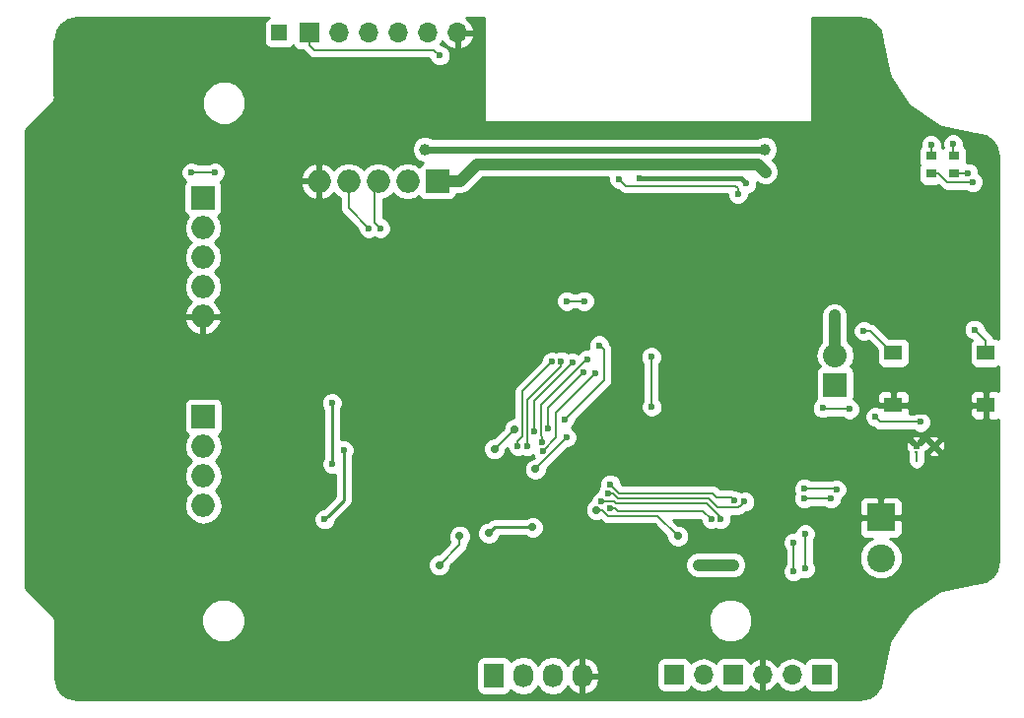
<source format=gbl>
G04 #@! TF.FileFunction,Copper,L2,Bot,Signal*
%FSLAX46Y46*%
G04 Gerber Fmt 4.6, Leading zero omitted, Abs format (unit mm)*
G04 Created by KiCad (PCBNEW 4.0.7) date 2018 October 22, Monday 01:25:24*
%MOMM*%
%LPD*%
G01*
G04 APERTURE LIST*
%ADD10C,0.050000*%
%ADD11R,0.889000X0.762000*%
%ADD12C,2.400000*%
%ADD13R,2.400000X2.400000*%
%ADD14R,2.032000X2.032000*%
%ADD15O,2.032000X2.032000*%
%ADD16R,1.700000X1.700000*%
%ADD17O,1.700000X1.700000*%
%ADD18R,1.550000X1.300000*%
%ADD19O,1.998980X1.998980*%
%ADD20R,1.998980X1.998980*%
%ADD21C,0.604800*%
%ADD22C,0.609600*%
%ADD23R,1.727200X2.032000*%
%ADD24O,1.727200X2.032000*%
%ADD25R,1.350000X1.350000*%
%ADD26C,0.700000*%
%ADD27C,1.000000*%
%ADD28C,0.600000*%
%ADD29C,0.200000*%
%ADD30C,0.400000*%
%ADD31C,0.800000*%
%ADD32C,0.300000*%
%ADD33C,1.000000*%
%ADD34C,0.250000*%
%ADD35C,0.600000*%
%ADD36C,0.254000*%
G04 APERTURE END LIST*
D10*
D11*
X72990000Y44917000D03*
X72990000Y43393000D03*
X70990000Y44917000D03*
X70990000Y43393000D03*
D12*
X66690000Y10355000D03*
D13*
X66690000Y13855000D03*
D14*
X62750000Y25250000D03*
D15*
X62750000Y27790000D03*
D16*
X61600000Y330000D03*
D17*
X59060000Y330000D03*
D16*
X48900000Y330000D03*
D17*
X51440000Y330000D03*
D18*
X67760000Y23505000D03*
X75710000Y23505000D03*
X67760000Y28005000D03*
X75710000Y28005000D03*
D16*
X53980000Y330000D03*
D17*
X56520000Y330000D03*
D19*
X20960000Y42760000D03*
D20*
X28580000Y42760000D03*
D19*
X26040000Y42760000D03*
X23500000Y42760000D03*
X18420000Y42760000D03*
X8480000Y14880000D03*
D20*
X8480000Y22500000D03*
D19*
X8480000Y19960000D03*
X8480000Y17420000D03*
X8440000Y33680000D03*
D20*
X8440000Y41300000D03*
D19*
X8440000Y38760000D03*
X8440000Y36220000D03*
X8440000Y31140000D03*
D16*
X17610000Y55500000D03*
D17*
X20150000Y55500000D03*
X22690000Y55500000D03*
X25230000Y55500000D03*
X27770000Y55500000D03*
X30310000Y55500000D03*
D21*
X71250000Y20000000D03*
D22*
X69750000Y20000000D03*
D23*
X33420000Y250000D03*
D24*
X35960000Y250000D03*
X38500000Y250000D03*
X41040000Y250000D03*
D25*
X15000000Y55500000D03*
D26*
X28500000Y3500000D03*
D27*
X34500000Y5000000D03*
X36750000Y6250000D03*
X36750000Y8250000D03*
X42000000Y2750000D03*
X25250000Y5500000D03*
X26500000Y-500000D03*
X24000000Y-500000D03*
D28*
X44010000Y21305000D03*
D27*
X1695000Y34210000D03*
D28*
X21045000Y8960010D03*
X20045000Y8960010D03*
D27*
X17245000Y37690000D03*
X17245000Y35690000D03*
D28*
X63190000Y47955000D03*
X68690000Y41955000D03*
X69690000Y41955000D03*
X69690000Y42955000D03*
X68190000Y43955000D03*
X68690000Y42955000D03*
X67690000Y42955000D03*
X62190000Y50455000D03*
X61690000Y49455000D03*
X62190000Y51455000D03*
X61190000Y50455000D03*
X61190000Y51455000D03*
X65190000Y47955000D03*
X64190000Y47955000D03*
X70190000Y12955000D03*
X69190000Y12955000D03*
X69190000Y13955000D03*
X70190000Y13955000D03*
X70190000Y14955000D03*
X69190000Y14955000D03*
X65190000Y15955000D03*
X66190000Y15955000D03*
X67190000Y15955000D03*
X68190000Y15955000D03*
X69190000Y15955000D03*
X70190000Y15955000D03*
X70190000Y16955000D03*
X69190000Y16955000D03*
X68190000Y16955000D03*
X67190000Y16955000D03*
X66190000Y16955000D03*
X65190000Y16955000D03*
X65190000Y17955000D03*
X66190000Y17955000D03*
X67190000Y17955000D03*
X68190000Y17955000D03*
X68190000Y18955000D03*
X68190000Y19955000D03*
X48500000Y17500000D03*
X53690000Y16955000D03*
X53690000Y17955000D03*
X53690000Y19955000D03*
X48500000Y17500000D03*
X51690000Y12455000D03*
X57690000Y12455000D03*
X57690000Y13455000D03*
X60190000Y18455000D03*
X60190000Y19455000D03*
X54690000Y24955000D03*
X54690000Y27955000D03*
D27*
X55190000Y32455000D03*
X55190000Y34455000D03*
D28*
X20545000Y24190000D03*
X21545000Y23190000D03*
X21045000Y23690000D03*
X24045000Y8690000D03*
X25045000Y8690000D03*
X69690000Y22955000D03*
X70690000Y25955000D03*
X69690000Y25955000D03*
X69690000Y24955000D03*
X70690000Y24955000D03*
X70690000Y23955000D03*
X69690000Y23955000D03*
X72690000Y20755000D03*
X74690000Y19955000D03*
X72690000Y18955000D03*
X72690000Y19955000D03*
X61790000Y39155000D03*
X63790000Y38255000D03*
X62890000Y38255000D03*
X61790000Y38255000D03*
X60890000Y38455000D03*
X60190000Y39155000D03*
X60690000Y43455000D03*
X60690000Y44555000D03*
X61790000Y44555000D03*
X61790000Y43455000D03*
X70390000Y48055000D03*
X69490000Y48755000D03*
X69490000Y48055000D03*
X68490000Y48055000D03*
X68490000Y48755000D03*
X68490000Y49655000D03*
X67190000Y51155000D03*
X75390000Y46055000D03*
X75390000Y39055000D03*
X75590000Y9555000D03*
X72990000Y30755000D03*
X13545000Y22190000D03*
X13545000Y14940000D03*
X70690000Y22955000D03*
D27*
X51000000Y9750000D03*
X54000000Y9750000D03*
X56790000Y43555000D03*
X62690000Y31205000D03*
D28*
X19519990Y23690022D03*
X19545000Y18440000D03*
X36880890Y21291084D03*
X72890000Y45955000D03*
X40190000Y27155004D03*
X74190000Y43455000D03*
X70990000Y45855000D03*
X41470423Y27455078D03*
X37590000Y20355000D03*
X74590000Y42655000D03*
D27*
X27500000Y45500000D03*
X56710000Y45504994D03*
D28*
X43441377Y14657166D03*
X52115078Y13705814D03*
X42700045Y15221096D03*
X52914662Y13679662D03*
X9460000Y43505000D03*
X7460000Y43505000D03*
X60090000Y16355000D03*
X62890000Y16255000D03*
X65210000Y29875000D03*
X74710000Y30005042D03*
X42190000Y26255000D03*
X37640000Y19553544D03*
X66210000Y22505000D03*
X60090000Y15455000D03*
X61690000Y23255000D03*
X63990000Y23155002D03*
X62390012Y15455000D03*
X70090000Y22055000D03*
X42490000Y28655000D03*
X39490000Y22255000D03*
D26*
X35230867Y21438387D03*
X33500000Y19750000D03*
X30500000Y12250000D03*
X28750000Y9750000D03*
X33000000Y12500000D03*
X36750000Y13000000D03*
D28*
X46990000Y23355006D03*
X46955674Y27655011D03*
X38090010Y21541216D03*
X41112665Y26329121D03*
X39209233Y27288477D03*
X36338439Y20005863D03*
X35500000Y20000000D03*
X38409495Y27267555D03*
X23690000Y38705000D03*
X22690000Y38705000D03*
X28790000Y53555000D03*
X54390000Y41654992D03*
X44190000Y42955000D03*
X55117602Y42548893D03*
X45940000Y43005010D03*
X41190000Y32455000D03*
X39690000Y32455000D03*
D26*
X49250000Y12250000D03*
X42250000Y14500000D03*
X37000000Y18000000D03*
D28*
X39665728Y20730728D03*
X18894990Y13689589D03*
X20569998Y19640000D03*
X43440000Y16705000D03*
X54111236Y15304977D03*
X59190000Y9205000D03*
X59190000Y11705000D03*
X60190000Y12455000D03*
X60190000Y9455000D03*
X43215888Y15895132D03*
X54960484Y15204979D03*
D29*
X69750000Y19568948D02*
X69750000Y18715000D01*
X69750000Y19568948D02*
X69690000Y19508948D01*
D30*
X8440000Y31140000D02*
X10395000Y31140000D01*
X8440000Y31140000D02*
X6895000Y31140000D01*
X8440000Y29726508D02*
X8445000Y29721508D01*
X8440000Y31140000D02*
X8440000Y29726508D01*
X56520000Y330000D02*
X56520000Y-1415000D01*
X56520000Y330000D02*
X56520000Y1532081D01*
X56520000Y1532081D02*
X56490000Y1562081D01*
D29*
X69690000Y41955000D02*
X68690000Y41955000D01*
X68190000Y43955000D02*
X68690000Y43955000D01*
X68690000Y43955000D02*
X69690000Y42955000D01*
X67690000Y42955000D02*
X68690000Y42955000D01*
X61190000Y50455000D02*
X61190000Y49955000D01*
X61190000Y49955000D02*
X61690000Y49455000D01*
X61190000Y51455000D02*
X61190000Y50455000D01*
X69190000Y12955000D02*
X70190000Y12955000D01*
X70190000Y13955000D02*
X69190000Y13955000D01*
X69190000Y14955000D02*
X70190000Y14955000D01*
X66190000Y15955000D02*
X65190000Y15955000D01*
X68190000Y15955000D02*
X67190000Y15955000D01*
X70190000Y15955000D02*
X69190000Y15955000D01*
X70190000Y16955000D02*
X70190000Y15955000D01*
X68190000Y16955000D02*
X69190000Y16955000D01*
X66190000Y16955000D02*
X67190000Y16955000D01*
X65190000Y17955000D02*
X65190000Y16955000D01*
X68190000Y17955000D02*
X67190000Y17955000D01*
X68190000Y19955000D02*
X68190000Y18955000D01*
X53690000Y16955000D02*
X53690000Y17955000D01*
X53690000Y19955000D02*
X53690000Y17955000D01*
D30*
X57690000Y13455000D02*
X57690000Y12455000D01*
X60190000Y19455000D02*
X60190000Y18455000D01*
D31*
X55190000Y34455000D02*
X55190000Y32455000D01*
D30*
X25045000Y8690000D02*
X24045000Y8690000D01*
X69690000Y22955000D02*
X70690000Y22955000D01*
X69690000Y25955000D02*
X70690000Y25955000D01*
X70690000Y24955000D02*
X69690000Y24955000D01*
X69690000Y23955000D02*
X70690000Y23955000D01*
X72690000Y19955000D02*
X72690000Y18955000D01*
D32*
X63790000Y38255000D02*
X62690000Y38255000D01*
X62690000Y38255000D02*
X61790000Y39155000D01*
X61790000Y38255000D02*
X62890000Y38255000D01*
X60190000Y39155000D02*
X60890000Y38455000D01*
X60690000Y44555000D02*
X60690000Y43455000D01*
X61790000Y43455000D02*
X61790000Y44555000D01*
D30*
X69490000Y48755000D02*
X69690000Y48755000D01*
X69690000Y48755000D02*
X70390000Y48055000D01*
X68490000Y48055000D02*
X69490000Y48055000D01*
X68490000Y49655000D02*
X68490000Y48755000D01*
X61690000Y50255000D02*
X61190000Y50255000D01*
X61190000Y50255000D02*
X60990000Y50055000D01*
X61490000Y51655000D02*
X62090000Y51655000D01*
X61490000Y50955000D02*
X61490000Y50255000D01*
X13545000Y21690000D02*
X13545000Y22190000D01*
X13545000Y14940000D02*
X13545000Y21690000D01*
D29*
X70690000Y23379264D02*
X70690000Y22955000D01*
X70940000Y23705000D02*
X70690000Y23455000D01*
X70690000Y23455000D02*
X70690000Y23379264D01*
D33*
X54000000Y9750000D02*
X51000000Y9750000D01*
X56140000Y44205000D02*
X56290001Y44054999D01*
X32024490Y44205000D02*
X56140000Y44205000D01*
X30579490Y42760000D02*
X32024490Y44205000D01*
X28580000Y42760000D02*
X30579490Y42760000D01*
X56290001Y44054999D02*
X56790000Y43555000D01*
X62690000Y31205000D02*
X62690000Y27850000D01*
X62690000Y27850000D02*
X62750000Y27790000D01*
D34*
X19545000Y23665012D02*
X19519990Y23690022D01*
X19545000Y18440000D02*
X19545000Y23665012D01*
D29*
X36880890Y21715348D02*
X36880890Y21291084D01*
X40190000Y27155004D02*
X36880890Y23845894D01*
X36880890Y23845894D02*
X36880890Y21715348D01*
X72890000Y45955000D02*
X72890000Y45017000D01*
X72890000Y45017000D02*
X72990000Y44917000D01*
X72990000Y43393000D02*
X74128000Y43393000D01*
X74128000Y43393000D02*
X74190000Y43455000D01*
X70990000Y44917000D02*
X70990000Y45855000D01*
X40790000Y26855000D02*
X41390000Y27455000D01*
X41390000Y27455000D02*
X41470345Y27455000D01*
X41470345Y27455000D02*
X41470423Y27455078D01*
X37590000Y20355000D02*
X37590000Y20779264D01*
X37590000Y20779264D02*
X37490000Y20879264D01*
X37490000Y20879264D02*
X37490000Y23555000D01*
X37490000Y23555000D02*
X40765736Y26830736D01*
X70990000Y43393000D02*
X71634500Y43393000D01*
X71634500Y43393000D02*
X72372500Y42655000D01*
X72372500Y42655000D02*
X74590000Y42655000D01*
D35*
X56710000Y45504994D02*
X27504994Y45504994D01*
X27504994Y45504994D02*
X27500000Y45500000D01*
D29*
X43865641Y14657166D02*
X43441377Y14657166D01*
X44122796Y14400011D02*
X43865641Y14657166D01*
X52115078Y13705814D02*
X51420881Y14400011D01*
X51420881Y14400011D02*
X44122796Y14400011D01*
X43160380Y15257167D02*
X43124309Y15221096D01*
X52914662Y13848938D02*
X51708611Y15054989D01*
X43931556Y15054989D02*
X43729378Y15257167D01*
X43729378Y15257167D02*
X43160380Y15257167D01*
X52914662Y13679662D02*
X52914662Y13848938D01*
X51708611Y15054989D02*
X43931556Y15054989D01*
X43124309Y15221096D02*
X42700045Y15221096D01*
X7460000Y43505000D02*
X9460000Y43505000D01*
X60090000Y16355000D02*
X62790000Y16355000D01*
X62790000Y16355000D02*
X62890000Y16255000D01*
X67760000Y28005000D02*
X67635000Y28005000D01*
X67635000Y28005000D02*
X65765000Y29875000D01*
X65765000Y29875000D02*
X65210000Y29875000D01*
X75009999Y29705043D02*
X74710000Y30005042D01*
X75710000Y29005042D02*
X75009999Y29705043D01*
X75710000Y28005000D02*
X75710000Y29005042D01*
X38790000Y20703544D02*
X38790000Y22855000D01*
X38790000Y22855000D02*
X41890001Y25955001D01*
X41890001Y25955001D02*
X42190000Y26255000D01*
X37640000Y19553544D02*
X38790000Y20703544D01*
X66509999Y22205001D02*
X66210000Y22505000D01*
X66660000Y22055000D02*
X66509999Y22205001D01*
X70090000Y22055000D02*
X66660000Y22055000D01*
X60090000Y15455000D02*
X62390012Y15455000D01*
X61789998Y23155002D02*
X61690000Y23255000D01*
X63990000Y23155002D02*
X61789998Y23155002D01*
X42889999Y25654999D02*
X42889999Y28255001D01*
X42889999Y28255001D02*
X42789999Y28355001D01*
X42789999Y28355001D02*
X42490000Y28655000D01*
X39490000Y22255000D02*
X42889999Y25654999D01*
X33500000Y19750000D02*
X35188387Y21438387D01*
X35188387Y21438387D02*
X35230867Y21438387D01*
X28750000Y9750000D02*
X30500000Y11500000D01*
X30500000Y11500000D02*
X30500000Y12250000D01*
D34*
X33500000Y13000000D02*
X33349999Y12849999D01*
X36750000Y13000000D02*
X33500000Y13000000D01*
X33349999Y12849999D02*
X33000000Y12500000D01*
D29*
X46955674Y23389332D02*
X46990000Y23355006D01*
X46955674Y27655011D02*
X46955674Y23389332D01*
X40812666Y26029122D02*
X41112665Y26329121D01*
X38090010Y23306466D02*
X40812666Y26029122D01*
X38090010Y21541216D02*
X38090010Y23306466D01*
X36280880Y20487686D02*
X36280880Y23935860D01*
X39209233Y26864213D02*
X39209233Y27288477D01*
X36280880Y23935860D02*
X39209233Y26864213D01*
X36338439Y20005863D02*
X36338439Y20430127D01*
X36338439Y20430127D02*
X36280880Y20487686D01*
X35880869Y24738929D02*
X35880869Y20805133D01*
X38409495Y27267555D02*
X35880869Y24738929D01*
X35500000Y20424264D02*
X35500000Y20000000D01*
X35880869Y20805133D02*
X35500000Y20424264D01*
D34*
X8480000Y19960000D02*
X7775000Y19960000D01*
D29*
X23690000Y38705000D02*
X23190000Y39205000D01*
X23190000Y39205000D02*
X23190000Y42450000D01*
X23190000Y42450000D02*
X23500000Y42760000D01*
X22690000Y38705000D02*
X20960000Y40435000D01*
X20960000Y40435000D02*
X20960000Y42760000D01*
X18005000Y54055000D02*
X28290000Y54055000D01*
X28290000Y54055000D02*
X28790000Y53555000D01*
X17610000Y55500000D02*
X17610000Y54450000D01*
X17610000Y54450000D02*
X18005000Y54055000D01*
X44190000Y42955000D02*
X44790000Y42355000D01*
X54390000Y42155000D02*
X54390000Y41654992D01*
X44790000Y42355000D02*
X54190000Y42355000D01*
X54190000Y42355000D02*
X54390000Y42155000D01*
D30*
X46364264Y43005010D02*
X45940000Y43005010D01*
X54661485Y43005010D02*
X46364264Y43005010D01*
X55117602Y42548893D02*
X54661485Y43005010D01*
D29*
X39690000Y32455000D02*
X41190000Y32455000D01*
X42250000Y14500000D02*
X42750000Y14500000D01*
X42750000Y14500000D02*
X43250000Y14000000D01*
X43250000Y14000000D02*
X47500000Y14000000D01*
X47500000Y14000000D02*
X49250000Y12250000D01*
X39665728Y20730728D02*
X37000000Y18065000D01*
X37000000Y18065000D02*
X37000000Y18000000D01*
D34*
X20569998Y19640000D02*
X20569998Y15364597D01*
X19194989Y13989588D02*
X18894990Y13689589D01*
X20569998Y15364597D02*
X19194989Y13989588D01*
D29*
X43440000Y16705000D02*
X44190000Y15955000D01*
X52540024Y15604976D02*
X53811237Y15604976D01*
X52190000Y15955000D02*
X52540024Y15604976D01*
X53811237Y15604976D02*
X54111236Y15304977D01*
X44190000Y15955000D02*
X52190000Y15955000D01*
X59190000Y9205000D02*
X59190000Y11705000D01*
X43657113Y15895132D02*
X44097245Y15455000D01*
X44097245Y15455000D02*
X51874300Y15455000D01*
X51874300Y15455000D02*
X52624324Y14704976D01*
X52624324Y14704976D02*
X54460481Y14704976D01*
X43215888Y15895132D02*
X43657113Y15895132D01*
X54660485Y14904980D02*
X54960484Y15204979D01*
X54460481Y14704976D02*
X54660485Y14904980D01*
X60190000Y12455000D02*
X60190000Y9455000D01*
D36*
G36*
X14089683Y56778162D02*
X13873559Y56639090D01*
X13728569Y56426890D01*
X13677560Y56175000D01*
X13677560Y54825000D01*
X13721838Y54589683D01*
X13860910Y54373559D01*
X14073110Y54228569D01*
X14325000Y54177560D01*
X15675000Y54177560D01*
X15910317Y54221838D01*
X16126441Y54360910D01*
X16159915Y54409901D01*
X16295910Y54198559D01*
X16508110Y54053569D01*
X16760000Y54002560D01*
X17041979Y54002560D01*
X17090277Y53930277D01*
X17485276Y53535277D01*
X17723728Y53375949D01*
X18005000Y53320000D01*
X27875429Y53320000D01*
X27996883Y53026057D01*
X28259673Y52762808D01*
X28603201Y52620162D01*
X28975167Y52619838D01*
X29318943Y52761883D01*
X29582192Y53024673D01*
X29724838Y53368201D01*
X29725162Y53740167D01*
X29583117Y54083943D01*
X29320327Y54347192D01*
X28976799Y54489838D01*
X28894537Y54489910D01*
X28877548Y54506899D01*
X29047702Y54761553D01*
X29114817Y54618642D01*
X29543076Y54228355D01*
X29953110Y54058524D01*
X30183000Y54179845D01*
X30183000Y55373000D01*
X30437000Y55373000D01*
X30437000Y54179845D01*
X30666890Y54058524D01*
X31076924Y54228355D01*
X31505183Y54618642D01*
X31751486Y55143108D01*
X31630819Y55373000D01*
X30437000Y55373000D01*
X30183000Y55373000D01*
X30163000Y55373000D01*
X30163000Y55627000D01*
X30183000Y55627000D01*
X30183000Y55647000D01*
X30437000Y55647000D01*
X30437000Y55627000D01*
X31630819Y55627000D01*
X31751486Y55856892D01*
X31505183Y56381358D01*
X31076924Y56771645D01*
X31032608Y56790000D01*
X32563000Y56790000D01*
X32563000Y47955000D01*
X32571685Y47908841D01*
X32598965Y47866447D01*
X32640590Y47838006D01*
X32690000Y47828000D01*
X60690000Y47828000D01*
X60736159Y47836685D01*
X60778553Y47863965D01*
X60806994Y47905590D01*
X60817000Y47955000D01*
X60817000Y56790000D01*
X64830350Y56790000D01*
X64856609Y56779123D01*
X65669926Y56617344D01*
X66237862Y56237861D01*
X66617344Y55669926D01*
X66779123Y54856609D01*
X66828161Y54738221D01*
X67374546Y51991360D01*
X67449510Y51810383D01*
X67480561Y51735419D01*
X69106355Y49302245D01*
X69302244Y49106356D01*
X71735419Y47480561D01*
X71991360Y47374546D01*
X74738216Y46828163D01*
X74856609Y46779123D01*
X75669926Y46617344D01*
X76237862Y46237861D01*
X76617344Y45669926D01*
X76779123Y44856609D01*
X76790000Y44830350D01*
X76790000Y29215143D01*
X76736890Y29251431D01*
X76485000Y29302440D01*
X76378276Y29302440D01*
X76229724Y29524765D01*
X75645092Y30109397D01*
X75645162Y30190209D01*
X75503117Y30533985D01*
X75240327Y30797234D01*
X74896799Y30939880D01*
X74524833Y30940204D01*
X74181057Y30798159D01*
X73917808Y30535369D01*
X73775162Y30191841D01*
X73774838Y29819875D01*
X73916883Y29476099D01*
X74179673Y29212850D01*
X74466300Y29093831D01*
X74338569Y28906890D01*
X74287560Y28655000D01*
X74287560Y27355000D01*
X74331838Y27119683D01*
X74470910Y26903559D01*
X74683110Y26758569D01*
X74935000Y26707560D01*
X76485000Y26707560D01*
X76720317Y26751838D01*
X76790000Y26796678D01*
X76790000Y24715984D01*
X76611309Y24790000D01*
X75995750Y24790000D01*
X75837000Y24631250D01*
X75837000Y23632000D01*
X75857000Y23632000D01*
X75857000Y23378000D01*
X75837000Y23378000D01*
X75837000Y22378750D01*
X75995750Y22220000D01*
X76611309Y22220000D01*
X76790000Y22294016D01*
X76790000Y10169650D01*
X76779123Y10143391D01*
X76617344Y9330074D01*
X76237862Y8762139D01*
X75669926Y8382656D01*
X74856609Y8220877D01*
X74738216Y8171837D01*
X71991360Y7625454D01*
X71735419Y7519439D01*
X69302244Y5893644D01*
X69106355Y5697755D01*
X67480561Y3264581D01*
X67480561Y3264580D01*
X67374546Y3008640D01*
X66828161Y261779D01*
X66779123Y143391D01*
X66617344Y-669926D01*
X66237862Y-1237861D01*
X65669926Y-1617344D01*
X64856609Y-1779123D01*
X64830350Y-1790000D01*
X-2330350Y-1790000D01*
X-2356609Y-1779123D01*
X-3169926Y-1617344D01*
X-3737861Y-1237862D01*
X-4117344Y-669926D01*
X-4265000Y72390D01*
X-4265000Y1266000D01*
X31908960Y1266000D01*
X31908960Y-766000D01*
X31953238Y-1001317D01*
X32092310Y-1217441D01*
X32304510Y-1362431D01*
X32556400Y-1413440D01*
X34283600Y-1413440D01*
X34518917Y-1369162D01*
X34735041Y-1230090D01*
X34880031Y-1017890D01*
X34888400Y-976561D01*
X34900330Y-994415D01*
X35386511Y-1319271D01*
X35960000Y-1433345D01*
X36533489Y-1319271D01*
X37019670Y-994415D01*
X37230000Y-679634D01*
X37440330Y-994415D01*
X37926511Y-1319271D01*
X38500000Y-1433345D01*
X39073489Y-1319271D01*
X39559670Y-994415D01*
X39766461Y-684931D01*
X40137964Y-1100732D01*
X40665209Y-1354709D01*
X40680974Y-1357358D01*
X40913000Y-1236217D01*
X40913000Y123000D01*
X41167000Y123000D01*
X41167000Y-1236217D01*
X41399026Y-1357358D01*
X41414791Y-1354709D01*
X41942036Y-1100732D01*
X42331954Y-664320D01*
X42525184Y-111913D01*
X42380924Y123000D01*
X41167000Y123000D01*
X40913000Y123000D01*
X40893000Y123000D01*
X40893000Y377000D01*
X40913000Y377000D01*
X40913000Y1736217D01*
X41167000Y1736217D01*
X41167000Y377000D01*
X42380924Y377000D01*
X42525184Y611913D01*
X42331954Y1164320D01*
X42317945Y1180000D01*
X47402560Y1180000D01*
X47402560Y-520000D01*
X47446838Y-755317D01*
X47585910Y-971441D01*
X47798110Y-1116431D01*
X48050000Y-1167440D01*
X49750000Y-1167440D01*
X49985317Y-1123162D01*
X50201441Y-984090D01*
X50346431Y-771890D01*
X50360086Y-704459D01*
X50389946Y-749147D01*
X50871715Y-1071054D01*
X51440000Y-1184093D01*
X52008285Y-1071054D01*
X52490054Y-749147D01*
X52517850Y-707548D01*
X52526838Y-755317D01*
X52665910Y-971441D01*
X52878110Y-1116431D01*
X53130000Y-1167440D01*
X54830000Y-1167440D01*
X55065317Y-1123162D01*
X55281441Y-984090D01*
X55426431Y-771890D01*
X55448301Y-663893D01*
X55753076Y-941645D01*
X56163110Y-1111476D01*
X56393000Y-990155D01*
X56393000Y203000D01*
X56373000Y203000D01*
X56373000Y457000D01*
X56393000Y457000D01*
X56393000Y1650155D01*
X56647000Y1650155D01*
X56647000Y457000D01*
X56667000Y457000D01*
X56667000Y203000D01*
X56647000Y203000D01*
X56647000Y-990155D01*
X56876890Y-1111476D01*
X57286924Y-941645D01*
X57715183Y-551358D01*
X57782298Y-408447D01*
X58009946Y-749147D01*
X58491715Y-1071054D01*
X59060000Y-1184093D01*
X59628285Y-1071054D01*
X60110054Y-749147D01*
X60137850Y-707548D01*
X60146838Y-755317D01*
X60285910Y-971441D01*
X60498110Y-1116431D01*
X60750000Y-1167440D01*
X62450000Y-1167440D01*
X62685317Y-1123162D01*
X62901441Y-984090D01*
X63046431Y-771890D01*
X63097440Y-520000D01*
X63097440Y1180000D01*
X63053162Y1415317D01*
X62914090Y1631441D01*
X62701890Y1776431D01*
X62450000Y1827440D01*
X60750000Y1827440D01*
X60514683Y1783162D01*
X60298559Y1644090D01*
X60153569Y1431890D01*
X60139914Y1364459D01*
X60110054Y1409147D01*
X59628285Y1731054D01*
X59060000Y1844093D01*
X58491715Y1731054D01*
X58009946Y1409147D01*
X57782298Y1068447D01*
X57715183Y1211358D01*
X57286924Y1601645D01*
X56876890Y1771476D01*
X56647000Y1650155D01*
X56393000Y1650155D01*
X56163110Y1771476D01*
X55753076Y1601645D01*
X55450063Y1325499D01*
X55433162Y1415317D01*
X55294090Y1631441D01*
X55081890Y1776431D01*
X54830000Y1827440D01*
X53130000Y1827440D01*
X52894683Y1783162D01*
X52678559Y1644090D01*
X52533569Y1431890D01*
X52519914Y1364459D01*
X52490054Y1409147D01*
X52008285Y1731054D01*
X51440000Y1844093D01*
X50871715Y1731054D01*
X50389946Y1409147D01*
X50362150Y1367548D01*
X50353162Y1415317D01*
X50214090Y1631441D01*
X50001890Y1776431D01*
X49750000Y1827440D01*
X48050000Y1827440D01*
X47814683Y1783162D01*
X47598559Y1644090D01*
X47453569Y1431890D01*
X47402560Y1180000D01*
X42317945Y1180000D01*
X41942036Y1600732D01*
X41414791Y1854709D01*
X41399026Y1857358D01*
X41167000Y1736217D01*
X40913000Y1736217D01*
X40680974Y1857358D01*
X40665209Y1854709D01*
X40137964Y1600732D01*
X39766461Y1184931D01*
X39559670Y1494415D01*
X39073489Y1819271D01*
X38500000Y1933345D01*
X37926511Y1819271D01*
X37440330Y1494415D01*
X37230000Y1179634D01*
X37019670Y1494415D01*
X36533489Y1819271D01*
X35960000Y1933345D01*
X35386511Y1819271D01*
X34900330Y1494415D01*
X34890757Y1480087D01*
X34886762Y1501317D01*
X34747690Y1717441D01*
X34535490Y1862431D01*
X34283600Y1913440D01*
X32556400Y1913440D01*
X32321083Y1869162D01*
X32104959Y1730090D01*
X31959969Y1517890D01*
X31908960Y1266000D01*
X-4265000Y1266000D01*
X-4265000Y4626695D01*
X8304674Y4626695D01*
X8591043Y3933628D01*
X9120839Y3402907D01*
X9813405Y3115328D01*
X10563305Y3114674D01*
X11256372Y3401043D01*
X11787093Y3930839D01*
X12074672Y4623405D01*
X12074674Y4626695D01*
X51864674Y4626695D01*
X52151043Y3933628D01*
X52680839Y3402907D01*
X53373405Y3115328D01*
X54123305Y3114674D01*
X54816372Y3401043D01*
X55347093Y3930839D01*
X55634672Y4623405D01*
X55635326Y5373305D01*
X55348957Y6066372D01*
X54819161Y6597093D01*
X54126595Y6884672D01*
X53376695Y6885326D01*
X52683628Y6598957D01*
X52152907Y6069161D01*
X51865328Y5376595D01*
X51864674Y4626695D01*
X12074674Y4626695D01*
X12075326Y5373305D01*
X11788957Y6066372D01*
X11259161Y6597093D01*
X10566595Y6884672D01*
X9816695Y6885326D01*
X9123628Y6598957D01*
X8592907Y6069161D01*
X8305328Y5376595D01*
X8304674Y4626695D01*
X-4265000Y4626695D01*
X-4265000Y5000000D01*
X-4320949Y5281272D01*
X-4480276Y5519723D01*
X-6765000Y7804446D01*
X-6765000Y9554931D01*
X27764830Y9554931D01*
X27914471Y9192771D01*
X28191314Y8915445D01*
X28553212Y8765172D01*
X28945069Y8764830D01*
X29307229Y8914471D01*
X29584555Y9191314D01*
X29723206Y9525225D01*
X49864803Y9525225D01*
X50037233Y9107914D01*
X50356235Y8788355D01*
X50773244Y8615197D01*
X51224775Y8614803D01*
X51225252Y8615000D01*
X53999009Y8615000D01*
X54224775Y8614803D01*
X54642086Y8787233D01*
X54961645Y9106235D01*
X55134803Y9523244D01*
X55135197Y9974775D01*
X54962767Y10392086D01*
X54643765Y10711645D01*
X54226756Y10884803D01*
X53775225Y10885197D01*
X53774748Y10885000D01*
X51000990Y10885000D01*
X50775225Y10885197D01*
X50357914Y10712767D01*
X50038355Y10393765D01*
X49865197Y9976756D01*
X49864803Y9525225D01*
X29723206Y9525225D01*
X29734828Y9553212D01*
X29734952Y9695506D01*
X31019724Y10980277D01*
X31179051Y11218728D01*
X31235000Y11500000D01*
X31235000Y11591932D01*
X31334555Y11691314D01*
X31484828Y12053212D01*
X31485047Y12304931D01*
X32014830Y12304931D01*
X32164471Y11942771D01*
X32441314Y11665445D01*
X32803212Y11515172D01*
X33195069Y11514830D01*
X33557229Y11664471D01*
X33834555Y11941314D01*
X33958580Y12240000D01*
X36116889Y12240000D01*
X36191314Y12165445D01*
X36553212Y12015172D01*
X36945069Y12014830D01*
X37307229Y12164471D01*
X37584555Y12441314D01*
X37734828Y12803212D01*
X37735170Y13195069D01*
X37585529Y13557229D01*
X37308686Y13834555D01*
X36946788Y13984828D01*
X36554931Y13985170D01*
X36192771Y13835529D01*
X36117110Y13760000D01*
X33500000Y13760000D01*
X33292514Y13718728D01*
X33209160Y13702148D01*
X32962599Y13537401D01*
X32910276Y13485078D01*
X32804931Y13485170D01*
X32442771Y13335529D01*
X32165445Y13058686D01*
X32015172Y12696788D01*
X32014830Y12304931D01*
X31485047Y12304931D01*
X31485170Y12445069D01*
X31335529Y12807229D01*
X31058686Y13084555D01*
X30696788Y13234828D01*
X30304931Y13235170D01*
X29942771Y13085529D01*
X29665445Y12808686D01*
X29515172Y12446788D01*
X29514830Y12054931D01*
X29661212Y11700659D01*
X28695601Y10735047D01*
X28554931Y10735170D01*
X28192771Y10585529D01*
X27915445Y10308686D01*
X27765172Y9946788D01*
X27764830Y9554931D01*
X-6765000Y9554931D01*
X-6765000Y23499490D01*
X6833070Y23499490D01*
X6833070Y21500510D01*
X6877348Y21265193D01*
X7016420Y21049069D01*
X7182473Y20935610D01*
X6969928Y20617514D01*
X6845510Y19992022D01*
X6845510Y19927978D01*
X6969928Y19302486D01*
X7324241Y18772219D01*
X7447290Y18690000D01*
X7324241Y18607781D01*
X6969928Y18077514D01*
X6845510Y17452022D01*
X6845510Y17387978D01*
X6969928Y16762486D01*
X7324241Y16232219D01*
X7447290Y16150000D01*
X7324241Y16067781D01*
X6969928Y15537514D01*
X6845510Y14912022D01*
X6845510Y14847978D01*
X6969928Y14222486D01*
X7324241Y13692219D01*
X7854508Y13337906D01*
X8480000Y13213488D01*
X9105492Y13337906D01*
X9354700Y13504422D01*
X17959828Y13504422D01*
X18101873Y13160646D01*
X18364663Y12897397D01*
X18708191Y12754751D01*
X19080157Y12754427D01*
X19423933Y12896472D01*
X19687182Y13159262D01*
X19829828Y13502790D01*
X19829869Y13549666D01*
X20585134Y14304931D01*
X41264830Y14304931D01*
X41414471Y13942771D01*
X41691314Y13665445D01*
X42053212Y13515172D01*
X42445069Y13514830D01*
X42622437Y13588117D01*
X42730277Y13480276D01*
X42968728Y13320949D01*
X43250000Y13265000D01*
X47195554Y13265000D01*
X48264953Y12195600D01*
X48264830Y12054931D01*
X48414471Y11692771D01*
X48691314Y11415445D01*
X49053212Y11265172D01*
X49445069Y11264830D01*
X49807229Y11414471D01*
X49912774Y11519833D01*
X58254838Y11519833D01*
X58396883Y11176057D01*
X58455000Y11117838D01*
X58455000Y9792419D01*
X58397808Y9735327D01*
X58255162Y9391799D01*
X58254838Y9019833D01*
X58396883Y8676057D01*
X58659673Y8412808D01*
X59003201Y8270162D01*
X59375167Y8269838D01*
X59718943Y8411883D01*
X59879052Y8571713D01*
X60003201Y8520162D01*
X60375167Y8519838D01*
X60718943Y8661883D01*
X60982192Y8924673D01*
X61124838Y9268201D01*
X61125162Y9640167D01*
X60983117Y9983943D01*
X60975477Y9991597D01*
X64854682Y9991597D01*
X65133455Y9316914D01*
X65649199Y8800270D01*
X66323395Y8520319D01*
X67053403Y8519682D01*
X67728086Y8798455D01*
X68244730Y9314199D01*
X68524681Y9988395D01*
X68525318Y10718403D01*
X68246545Y11393086D01*
X67730801Y11909730D01*
X67465242Y12020000D01*
X68016310Y12020000D01*
X68249699Y12116673D01*
X68428327Y12295302D01*
X68525000Y12528691D01*
X68525000Y13569250D01*
X68366250Y13728000D01*
X66817000Y13728000D01*
X66817000Y13708000D01*
X66563000Y13708000D01*
X66563000Y13728000D01*
X65013750Y13728000D01*
X64855000Y13569250D01*
X64855000Y12528691D01*
X64951673Y12295302D01*
X65130301Y12116673D01*
X65363690Y12020000D01*
X65914395Y12020000D01*
X65651914Y11911545D01*
X65135270Y11395801D01*
X64855319Y10721605D01*
X64854682Y9991597D01*
X60975477Y9991597D01*
X60925000Y10042162D01*
X60925000Y11867581D01*
X60982192Y11924673D01*
X61124838Y12268201D01*
X61125162Y12640167D01*
X60983117Y12983943D01*
X60720327Y13247192D01*
X60376799Y13389838D01*
X60004833Y13390162D01*
X59661057Y13248117D01*
X59397808Y12985327D01*
X59255162Y12641799D01*
X59255160Y12639944D01*
X59004833Y12640162D01*
X58661057Y12498117D01*
X58397808Y12235327D01*
X58255162Y11891799D01*
X58254838Y11519833D01*
X49912774Y11519833D01*
X50084555Y11691314D01*
X50234828Y12053212D01*
X50235170Y12445069D01*
X50085529Y12807229D01*
X49808686Y13084555D01*
X49446788Y13234828D01*
X49304495Y13234952D01*
X48874435Y13665011D01*
X51116435Y13665011D01*
X51179986Y13601459D01*
X51179916Y13520647D01*
X51321961Y13176871D01*
X51584751Y12913622D01*
X51928279Y12770976D01*
X52300245Y12770652D01*
X52483405Y12846332D01*
X52727863Y12744824D01*
X53099829Y12744500D01*
X53443605Y12886545D01*
X53706854Y13149335D01*
X53849500Y13492863D01*
X53849824Y13864829D01*
X53806378Y13969976D01*
X54460481Y13969976D01*
X54741753Y14025925D01*
X54980204Y14185253D01*
X55064839Y14269887D01*
X55145651Y14269817D01*
X55489427Y14411862D01*
X55752676Y14674652D01*
X55895322Y15018180D01*
X55895646Y15390146D01*
X55753601Y15733922D01*
X55490811Y15997171D01*
X55147283Y16139817D01*
X54775317Y16140141D01*
X54650252Y16088465D01*
X54641563Y16097169D01*
X54466570Y16169833D01*
X59154838Y16169833D01*
X59264359Y15904772D01*
X59155162Y15641799D01*
X59154838Y15269833D01*
X59296883Y14926057D01*
X59559673Y14662808D01*
X59903201Y14520162D01*
X60275167Y14519838D01*
X60618943Y14661883D01*
X60677162Y14720000D01*
X61802593Y14720000D01*
X61859685Y14662808D01*
X62203213Y14520162D01*
X62575179Y14519838D01*
X62918955Y14661883D01*
X63182204Y14924673D01*
X63288769Y15181309D01*
X64855000Y15181309D01*
X64855000Y14140750D01*
X65013750Y13982000D01*
X66563000Y13982000D01*
X66563000Y15531250D01*
X66817000Y15531250D01*
X66817000Y13982000D01*
X68366250Y13982000D01*
X68525000Y14140750D01*
X68525000Y15181309D01*
X68428327Y15414698D01*
X68249699Y15593327D01*
X68016310Y15690000D01*
X66975750Y15690000D01*
X66817000Y15531250D01*
X66563000Y15531250D01*
X66404250Y15690000D01*
X65363690Y15690000D01*
X65130301Y15593327D01*
X64951673Y15414698D01*
X64855000Y15181309D01*
X63288769Y15181309D01*
X63324850Y15268201D01*
X63324985Y15423060D01*
X63418943Y15461883D01*
X63682192Y15724673D01*
X63824838Y16068201D01*
X63825162Y16440167D01*
X63683117Y16783943D01*
X63420327Y17047192D01*
X63076799Y17189838D01*
X62704833Y17190162D01*
X62462422Y17090000D01*
X60677419Y17090000D01*
X60620327Y17147192D01*
X60276799Y17289838D01*
X59904833Y17290162D01*
X59561057Y17148117D01*
X59297808Y16885327D01*
X59155162Y16541799D01*
X59154838Y16169833D01*
X54466570Y16169833D01*
X54298035Y16239815D01*
X54158495Y16239937D01*
X54092509Y16284027D01*
X53811237Y16339976D01*
X52844470Y16339976D01*
X52709723Y16474723D01*
X52471272Y16634051D01*
X52460106Y16636272D01*
X52190000Y16690000D01*
X44494447Y16690000D01*
X44375092Y16809355D01*
X44375162Y16890167D01*
X44233117Y17233943D01*
X43970327Y17497192D01*
X43626799Y17639838D01*
X43254833Y17640162D01*
X42911057Y17498117D01*
X42647808Y17235327D01*
X42505162Y16891799D01*
X42504838Y16519833D01*
X42508750Y16510365D01*
X42423696Y16425459D01*
X42281050Y16081931D01*
X42281031Y16059634D01*
X42171102Y16014213D01*
X41907853Y15751423D01*
X41765207Y15407895D01*
X41765170Y15365444D01*
X41692771Y15335529D01*
X41415445Y15058686D01*
X41265172Y14696788D01*
X41264830Y14304931D01*
X20585134Y14304931D01*
X21107399Y14827196D01*
X21272146Y15073757D01*
X21329998Y15364597D01*
X21329998Y19077537D01*
X21362190Y19109673D01*
X21504836Y19453201D01*
X21504924Y19554931D01*
X32514830Y19554931D01*
X32664471Y19192771D01*
X32941314Y18915445D01*
X33303212Y18765172D01*
X33695069Y18764830D01*
X34057229Y18914471D01*
X34334555Y19191314D01*
X34484828Y19553212D01*
X34484952Y19695506D01*
X34576370Y19786924D01*
X34706883Y19471057D01*
X34969673Y19207808D01*
X35313201Y19065162D01*
X35685167Y19064838D01*
X35926448Y19164533D01*
X36151640Y19071025D01*
X36523606Y19070701D01*
X36783469Y19178074D01*
X36846883Y19024601D01*
X36883487Y18987933D01*
X36880658Y18985104D01*
X36804931Y18985170D01*
X36442771Y18835529D01*
X36165445Y18558686D01*
X36015172Y18196788D01*
X36014830Y17804931D01*
X36164471Y17442771D01*
X36441314Y17165445D01*
X36803212Y17015172D01*
X37195069Y17014830D01*
X37557229Y17164471D01*
X37834555Y17441314D01*
X37984828Y17803212D01*
X37985009Y18010563D01*
X39770083Y19795636D01*
X39850895Y19795566D01*
X40194671Y19937611D01*
X40355566Y20098226D01*
X68796835Y20098226D01*
X68831801Y19725989D01*
X68906980Y19544490D01*
X68961360Y19540918D01*
X68955001Y19508948D01*
X69010949Y19227676D01*
X69015000Y19221613D01*
X69015000Y18715000D01*
X69070949Y18433728D01*
X69230277Y18195277D01*
X69468728Y18035949D01*
X69750000Y17980000D01*
X70031272Y18035949D01*
X70269723Y18195277D01*
X70429051Y18433728D01*
X70485000Y18715000D01*
X70485000Y19353823D01*
X70783428Y19353823D01*
X70795942Y19158978D01*
X71152351Y19049236D01*
X71523625Y19084240D01*
X71704058Y19158978D01*
X71716572Y19353823D01*
X71250000Y19820395D01*
X70783428Y19353823D01*
X70485000Y19353823D01*
X70485000Y19383402D01*
X70515603Y19414005D01*
X70485000Y19444608D01*
X70485000Y19537395D01*
X70513208Y19539248D01*
X70603823Y19533428D01*
X71070395Y20000000D01*
X71429605Y20000000D01*
X71896177Y19533428D01*
X72091022Y19545942D01*
X72200764Y19902351D01*
X72165760Y20273625D01*
X72091022Y20454058D01*
X71896177Y20466572D01*
X71429605Y20000000D01*
X71070395Y20000000D01*
X70603823Y20466572D01*
X70513208Y20460752D01*
X70397929Y20468324D01*
X70118992Y20189387D01*
X70031272Y20247999D01*
X70016994Y20250839D01*
X69853713Y20283318D01*
X70216572Y20646177D01*
X70783428Y20646177D01*
X71250000Y20179605D01*
X71716572Y20646177D01*
X71704058Y20841022D01*
X71347649Y20950764D01*
X70976375Y20915760D01*
X70795942Y20841022D01*
X70783428Y20646177D01*
X70216572Y20646177D01*
X70218324Y20647929D01*
X70205510Y20843020D01*
X69848226Y20953165D01*
X69475989Y20918199D01*
X69294490Y20843020D01*
X69281676Y20647929D01*
X69646287Y20283318D01*
X69483006Y20250839D01*
X69468728Y20247999D01*
X69381008Y20189387D01*
X69102071Y20468324D01*
X68906980Y20455510D01*
X68796835Y20098226D01*
X40355566Y20098226D01*
X40457920Y20200401D01*
X40600566Y20543929D01*
X40600890Y20915895D01*
X40458845Y21259671D01*
X40196055Y21522920D01*
X40114154Y21556928D01*
X40282192Y21724673D01*
X40424838Y22068201D01*
X40424910Y22150464D01*
X43409723Y25135276D01*
X43569050Y25373727D01*
X43624999Y25654999D01*
X43624999Y27469844D01*
X46020512Y27469844D01*
X46162557Y27126068D01*
X46220674Y27067849D01*
X46220674Y23908159D01*
X46197808Y23885333D01*
X46055162Y23541805D01*
X46054838Y23169839D01*
X46196883Y22826063D01*
X46459673Y22562814D01*
X46803201Y22420168D01*
X47175167Y22419844D01*
X47518943Y22561889D01*
X47782192Y22824679D01*
X47883989Y23069833D01*
X60754838Y23069833D01*
X60896883Y22726057D01*
X61159673Y22462808D01*
X61503201Y22320162D01*
X61875167Y22319838D01*
X62117583Y22420002D01*
X63402581Y22420002D01*
X63459673Y22362810D01*
X63803201Y22220164D01*
X64175167Y22219840D01*
X64417169Y22319833D01*
X65274838Y22319833D01*
X65416883Y21976057D01*
X65679673Y21712808D01*
X66023201Y21570162D01*
X66105463Y21570090D01*
X66140276Y21535277D01*
X66378727Y21375949D01*
X66425394Y21366667D01*
X66660000Y21320000D01*
X69502581Y21320000D01*
X69559673Y21262808D01*
X69903201Y21120162D01*
X70275167Y21119838D01*
X70618943Y21261883D01*
X70882192Y21524673D01*
X71024838Y21868201D01*
X71025162Y22240167D01*
X70883117Y22583943D01*
X70620327Y22847192D01*
X70276799Y22989838D01*
X69904833Y22990162D01*
X69561057Y22848117D01*
X69502838Y22790000D01*
X69170000Y22790000D01*
X69170000Y23219250D01*
X74300000Y23219250D01*
X74300000Y22728690D01*
X74396673Y22495301D01*
X74575302Y22316673D01*
X74808691Y22220000D01*
X75424250Y22220000D01*
X75583000Y22378750D01*
X75583000Y23378000D01*
X74458750Y23378000D01*
X74300000Y23219250D01*
X69170000Y23219250D01*
X69011250Y23378000D01*
X67887000Y23378000D01*
X67887000Y23358000D01*
X67633000Y23358000D01*
X67633000Y23378000D01*
X66545721Y23378000D01*
X66396799Y23439838D01*
X66024833Y23440162D01*
X65681057Y23298117D01*
X65417808Y23035327D01*
X65275162Y22691799D01*
X65274838Y22319833D01*
X64417169Y22319833D01*
X64518943Y22361885D01*
X64782192Y22624675D01*
X64924838Y22968203D01*
X64925162Y23340169D01*
X64783117Y23683945D01*
X64520327Y23947194D01*
X64368156Y24010381D01*
X64413440Y24234000D01*
X64413440Y24281310D01*
X66350000Y24281310D01*
X66350000Y23790750D01*
X66508750Y23632000D01*
X67633000Y23632000D01*
X67633000Y24631250D01*
X67887000Y24631250D01*
X67887000Y23632000D01*
X69011250Y23632000D01*
X69170000Y23790750D01*
X69170000Y24281310D01*
X74300000Y24281310D01*
X74300000Y23790750D01*
X74458750Y23632000D01*
X75583000Y23632000D01*
X75583000Y24631250D01*
X75424250Y24790000D01*
X74808691Y24790000D01*
X74575302Y24693327D01*
X74396673Y24514699D01*
X74300000Y24281310D01*
X69170000Y24281310D01*
X69073327Y24514699D01*
X68894698Y24693327D01*
X68661309Y24790000D01*
X68045750Y24790000D01*
X67887000Y24631250D01*
X67633000Y24631250D01*
X67474250Y24790000D01*
X66858691Y24790000D01*
X66625302Y24693327D01*
X66446673Y24514699D01*
X66350000Y24281310D01*
X64413440Y24281310D01*
X64413440Y26266000D01*
X64369162Y26501317D01*
X64230090Y26717441D01*
X64081163Y26819198D01*
X64307670Y27158190D01*
X64433345Y27790000D01*
X64307670Y28421810D01*
X63949778Y28957433D01*
X63825000Y29040807D01*
X63825000Y29689833D01*
X64274838Y29689833D01*
X64416883Y29346057D01*
X64679673Y29082808D01*
X65023201Y28940162D01*
X65395167Y28939838D01*
X65583074Y29017480D01*
X66337560Y28262993D01*
X66337560Y27355000D01*
X66381838Y27119683D01*
X66520910Y26903559D01*
X66733110Y26758569D01*
X66985000Y26707560D01*
X68535000Y26707560D01*
X68770317Y26751838D01*
X68986441Y26890910D01*
X69131431Y27103110D01*
X69182440Y27355000D01*
X69182440Y28655000D01*
X69138162Y28890317D01*
X68999090Y29106441D01*
X68786890Y29251431D01*
X68535000Y29302440D01*
X67377007Y29302440D01*
X66284723Y30394723D01*
X66046272Y30554051D01*
X65805452Y30601954D01*
X65740327Y30667192D01*
X65396799Y30809838D01*
X65024833Y30810162D01*
X64681057Y30668117D01*
X64417808Y30405327D01*
X64275162Y30061799D01*
X64274838Y29689833D01*
X63825000Y29689833D01*
X63825000Y31204010D01*
X63825197Y31429775D01*
X63652767Y31847086D01*
X63333765Y32166645D01*
X62916756Y32339803D01*
X62465225Y32340197D01*
X62047914Y32167767D01*
X61728355Y31848765D01*
X61555197Y31431756D01*
X61554803Y30980225D01*
X61555000Y30979748D01*
X61555000Y28960626D01*
X61550222Y28957433D01*
X61192330Y28421810D01*
X61066655Y27790000D01*
X61192330Y27158190D01*
X61419499Y26818208D01*
X61282559Y26730090D01*
X61137569Y26517890D01*
X61086560Y26266000D01*
X61086560Y24234000D01*
X61127786Y24014904D01*
X60897808Y23785327D01*
X60755162Y23441799D01*
X60754838Y23069833D01*
X47883989Y23069833D01*
X47924838Y23168207D01*
X47925162Y23540173D01*
X47783117Y23883949D01*
X47690674Y23976553D01*
X47690674Y27067592D01*
X47747866Y27124684D01*
X47890512Y27468212D01*
X47890836Y27840178D01*
X47748791Y28183954D01*
X47486001Y28447203D01*
X47142473Y28589849D01*
X46770507Y28590173D01*
X46426731Y28448128D01*
X46163482Y28185338D01*
X46020836Y27841810D01*
X46020512Y27469844D01*
X43624999Y27469844D01*
X43624999Y28255001D01*
X43569050Y28536273D01*
X43502232Y28636273D01*
X43425085Y28751733D01*
X43425162Y28840167D01*
X43283117Y29183943D01*
X43020327Y29447192D01*
X42676799Y29589838D01*
X42304833Y29590162D01*
X41961057Y29448117D01*
X41697808Y29185327D01*
X41555162Y28841799D01*
X41554838Y28469833D01*
X41587834Y28389976D01*
X41285256Y28390240D01*
X40941480Y28248195D01*
X40678231Y27985405D01*
X40670889Y27967724D01*
X40376799Y28089842D01*
X40004833Y28090166D01*
X39810313Y28009792D01*
X39739560Y28080669D01*
X39396032Y28223315D01*
X39024066Y28223639D01*
X38784005Y28124448D01*
X38596294Y28202393D01*
X38224328Y28202717D01*
X37880552Y28060672D01*
X37617303Y27797882D01*
X37474657Y27454354D01*
X37474585Y27372092D01*
X35361146Y25258652D01*
X35201818Y25020201D01*
X35145869Y24738929D01*
X35145869Y22423461D01*
X35035798Y22423557D01*
X34673638Y22273916D01*
X34396312Y21997073D01*
X34246039Y21635175D01*
X34245952Y21535399D01*
X33445601Y20735047D01*
X33304931Y20735170D01*
X32942771Y20585529D01*
X32665445Y20308686D01*
X32515172Y19946788D01*
X32514830Y19554931D01*
X21504924Y19554931D01*
X21505160Y19825167D01*
X21363115Y20168943D01*
X21100325Y20432192D01*
X20756797Y20574838D01*
X20384831Y20575162D01*
X20305000Y20542177D01*
X20305000Y23152526D01*
X20312182Y23159695D01*
X20454828Y23503223D01*
X20455152Y23875189D01*
X20313107Y24218965D01*
X20050317Y24482214D01*
X19706789Y24624860D01*
X19334823Y24625184D01*
X18991047Y24483139D01*
X18727798Y24220349D01*
X18585152Y23876821D01*
X18584828Y23504855D01*
X18726873Y23161079D01*
X18785000Y23102850D01*
X18785000Y19002463D01*
X18752808Y18970327D01*
X18610162Y18626799D01*
X18609838Y18254833D01*
X18751883Y17911057D01*
X19014673Y17647808D01*
X19358201Y17505162D01*
X19730167Y17504838D01*
X19809998Y17537823D01*
X19809998Y15679399D01*
X18755310Y14624711D01*
X18709823Y14624751D01*
X18366047Y14482706D01*
X18102798Y14219916D01*
X17960152Y13876388D01*
X17959828Y13504422D01*
X9354700Y13504422D01*
X9635759Y13692219D01*
X9990072Y14222486D01*
X10114490Y14847978D01*
X10114490Y14912022D01*
X9990072Y15537514D01*
X9635759Y16067781D01*
X9512710Y16150000D01*
X9635759Y16232219D01*
X9990072Y16762486D01*
X10114490Y17387978D01*
X10114490Y17452022D01*
X9990072Y18077514D01*
X9635759Y18607781D01*
X9512710Y18690000D01*
X9635759Y18772219D01*
X9990072Y19302486D01*
X10114490Y19927978D01*
X10114490Y19992022D01*
X9990072Y20617514D01*
X9776547Y20937077D01*
X9930931Y21036420D01*
X10075921Y21248620D01*
X10126930Y21500510D01*
X10126930Y23499490D01*
X10082652Y23734807D01*
X9943580Y23950931D01*
X9731380Y24095921D01*
X9479490Y24146930D01*
X7480510Y24146930D01*
X7245193Y24102652D01*
X7029069Y23963580D01*
X6884079Y23751380D01*
X6833070Y23499490D01*
X-6765000Y23499490D01*
X-6765000Y30759645D01*
X6850373Y30759645D01*
X7116932Y30180274D01*
X7584916Y29747013D01*
X8059646Y29550381D01*
X8313000Y29669735D01*
X8313000Y31013000D01*
X8567000Y31013000D01*
X8567000Y29669735D01*
X8820354Y29550381D01*
X9295084Y29747013D01*
X9763068Y30180274D01*
X10029627Y30759645D01*
X9910807Y31013000D01*
X8567000Y31013000D01*
X8313000Y31013000D01*
X6969193Y31013000D01*
X6850373Y30759645D01*
X-6765000Y30759645D01*
X-6765000Y43319833D01*
X6524838Y43319833D01*
X6666883Y42976057D01*
X6929673Y42712808D01*
X6948918Y42704817D01*
X6844079Y42551380D01*
X6793070Y42299490D01*
X6793070Y40300510D01*
X6837348Y40065193D01*
X6976420Y39849069D01*
X7142473Y39735610D01*
X6929928Y39417514D01*
X6805510Y38792022D01*
X6805510Y38727978D01*
X6929928Y38102486D01*
X7284241Y37572219D01*
X7407290Y37490000D01*
X7284241Y37407781D01*
X6929928Y36877514D01*
X6805510Y36252022D01*
X6805510Y36187978D01*
X6929928Y35562486D01*
X7284241Y35032219D01*
X7407290Y34950000D01*
X7284241Y34867781D01*
X6929928Y34337514D01*
X6805510Y33712022D01*
X6805510Y33647978D01*
X6929928Y33022486D01*
X7284241Y32492219D01*
X7433300Y32392621D01*
X7116932Y32099726D01*
X6850373Y31520355D01*
X6969193Y31267000D01*
X8313000Y31267000D01*
X8313000Y31287000D01*
X8567000Y31287000D01*
X8567000Y31267000D01*
X9910807Y31267000D01*
X10029627Y31520355D01*
X9763068Y32099726D01*
X9579329Y32269833D01*
X38754838Y32269833D01*
X38896883Y31926057D01*
X39159673Y31662808D01*
X39503201Y31520162D01*
X39875167Y31519838D01*
X40218943Y31661883D01*
X40277162Y31720000D01*
X40602581Y31720000D01*
X40659673Y31662808D01*
X41003201Y31520162D01*
X41375167Y31519838D01*
X41718943Y31661883D01*
X41982192Y31924673D01*
X42124838Y32268201D01*
X42125162Y32640167D01*
X41983117Y32983943D01*
X41720327Y33247192D01*
X41376799Y33389838D01*
X41004833Y33390162D01*
X40661057Y33248117D01*
X40602838Y33190000D01*
X40277419Y33190000D01*
X40220327Y33247192D01*
X39876799Y33389838D01*
X39504833Y33390162D01*
X39161057Y33248117D01*
X38897808Y32985327D01*
X38755162Y32641799D01*
X38754838Y32269833D01*
X9579329Y32269833D01*
X9446700Y32392621D01*
X9595759Y32492219D01*
X9950072Y33022486D01*
X10074490Y33647978D01*
X10074490Y33712022D01*
X9950072Y34337514D01*
X9595759Y34867781D01*
X9472710Y34950000D01*
X9595759Y35032219D01*
X9950072Y35562486D01*
X10074490Y36187978D01*
X10074490Y36252022D01*
X9950072Y36877514D01*
X9595759Y37407781D01*
X9472710Y37490000D01*
X9595759Y37572219D01*
X9950072Y38102486D01*
X10074490Y38727978D01*
X10074490Y38792022D01*
X9950072Y39417514D01*
X9736547Y39737077D01*
X9890931Y39836420D01*
X10035921Y40048620D01*
X10086930Y40300510D01*
X10086930Y42299490D01*
X10071848Y42379646D01*
X16830381Y42379646D01*
X17027013Y41904916D01*
X17460274Y41436932D01*
X18039645Y41170373D01*
X18293000Y41289193D01*
X18293000Y42633000D01*
X16949735Y42633000D01*
X16830381Y42379646D01*
X10071848Y42379646D01*
X10042652Y42534807D01*
X9941359Y42692222D01*
X9988943Y42711883D01*
X10252192Y42974673D01*
X10320989Y43140354D01*
X16830381Y43140354D01*
X16949735Y42887000D01*
X18293000Y42887000D01*
X18293000Y44230807D01*
X18547000Y44230807D01*
X18547000Y42887000D01*
X18567000Y42887000D01*
X18567000Y42633000D01*
X18547000Y42633000D01*
X18547000Y41289193D01*
X18800355Y41170373D01*
X19379726Y41436932D01*
X19672621Y41753300D01*
X19772219Y41604241D01*
X20225000Y41301702D01*
X20225000Y40435000D01*
X20251437Y40302094D01*
X20280949Y40153728D01*
X20440277Y39915277D01*
X21754908Y38600645D01*
X21754838Y38519833D01*
X21896883Y38176057D01*
X22159673Y37912808D01*
X22503201Y37770162D01*
X22875167Y37769838D01*
X23190351Y37900069D01*
X23503201Y37770162D01*
X23875167Y37769838D01*
X24218943Y37911883D01*
X24482192Y38174673D01*
X24624838Y38518201D01*
X24625162Y38890167D01*
X24483117Y39233943D01*
X24220327Y39497192D01*
X23925000Y39619823D01*
X23925000Y41203678D01*
X24157514Y41249928D01*
X24687781Y41604241D01*
X24770000Y41727290D01*
X24852219Y41604241D01*
X25382486Y41249928D01*
X26007978Y41125510D01*
X26072022Y41125510D01*
X26697514Y41249928D01*
X27017077Y41463453D01*
X27116420Y41309069D01*
X27328620Y41164079D01*
X27580510Y41113070D01*
X29579490Y41113070D01*
X29814807Y41157348D01*
X30030931Y41296420D01*
X30175921Y41508620D01*
X30199489Y41625000D01*
X30579490Y41625000D01*
X31013836Y41711397D01*
X31382056Y41957434D01*
X32494622Y43070000D01*
X43255099Y43070000D01*
X43254838Y42769833D01*
X43396883Y42426057D01*
X43659673Y42162808D01*
X44003201Y42020162D01*
X44085463Y42020090D01*
X44270276Y41835277D01*
X44451941Y41713893D01*
X44508728Y41675949D01*
X44790000Y41620000D01*
X53454969Y41620000D01*
X53454838Y41469825D01*
X53596883Y41126049D01*
X53859673Y40862800D01*
X54203201Y40720154D01*
X54575167Y40719830D01*
X54918943Y40861875D01*
X55182192Y41124665D01*
X55324838Y41468193D01*
X55324973Y41622905D01*
X55646545Y41755776D01*
X55909794Y42018566D01*
X56052440Y42362094D01*
X56052723Y42687030D01*
X56146235Y42593355D01*
X56563244Y42420197D01*
X57014775Y42419803D01*
X57432086Y42592233D01*
X57751645Y42911235D01*
X57924803Y43328244D01*
X57925197Y43779775D01*
X57752767Y44197086D01*
X57433765Y44516645D01*
X57433290Y44516842D01*
X57380020Y44570112D01*
X57671645Y44861229D01*
X57844803Y45278238D01*
X57844820Y45298000D01*
X69898060Y45298000D01*
X69898060Y44536000D01*
X69942338Y44300683D01*
X70036666Y44154093D01*
X69949069Y44025890D01*
X69898060Y43774000D01*
X69898060Y43012000D01*
X69942338Y42776683D01*
X70081410Y42560559D01*
X70293610Y42415569D01*
X70545500Y42364560D01*
X71434500Y42364560D01*
X71593563Y42394490D01*
X71852777Y42135276D01*
X72027447Y42018566D01*
X72091228Y41975949D01*
X72372500Y41920000D01*
X74002581Y41920000D01*
X74059673Y41862808D01*
X74403201Y41720162D01*
X74775167Y41719838D01*
X75118943Y41861883D01*
X75382192Y42124673D01*
X75524838Y42468201D01*
X75525162Y42840167D01*
X75383117Y43183943D01*
X75124990Y43442521D01*
X75125162Y43640167D01*
X74983117Y43983943D01*
X74720327Y44247192D01*
X74376799Y44389838D01*
X74052399Y44390121D01*
X74081940Y44536000D01*
X74081940Y45298000D01*
X74037662Y45533317D01*
X73898590Y45749441D01*
X73824866Y45799815D01*
X73825162Y46140167D01*
X73683117Y46483943D01*
X73420327Y46747192D01*
X73076799Y46889838D01*
X72704833Y46890162D01*
X72361057Y46748117D01*
X72097808Y46485327D01*
X71955162Y46141799D01*
X71954838Y45769833D01*
X72009296Y45638035D01*
X71989202Y45608626D01*
X71924873Y45708596D01*
X71925162Y46040167D01*
X71783117Y46383943D01*
X71520327Y46647192D01*
X71176799Y46789838D01*
X70804833Y46790162D01*
X70461057Y46648117D01*
X70197808Y46385327D01*
X70055162Y46041799D01*
X70054868Y45704733D01*
X69949069Y45549890D01*
X69898060Y45298000D01*
X57844820Y45298000D01*
X57845197Y45729769D01*
X57672767Y46147080D01*
X57353765Y46466639D01*
X56936756Y46639797D01*
X56485225Y46640191D01*
X56067914Y46467761D01*
X56040099Y46439994D01*
X28165378Y46439994D01*
X28143765Y46461645D01*
X27726756Y46634803D01*
X27275225Y46635197D01*
X26857914Y46462767D01*
X26538355Y46143765D01*
X26365197Y45726756D01*
X26364803Y45275225D01*
X26537233Y44857914D01*
X26856235Y44538355D01*
X27273244Y44365197D01*
X27358324Y44365123D01*
X27345193Y44362652D01*
X27129069Y44223580D01*
X27015610Y44057527D01*
X26697514Y44270072D01*
X26072022Y44394490D01*
X26007978Y44394490D01*
X25382486Y44270072D01*
X24852219Y43915759D01*
X24770000Y43792710D01*
X24687781Y43915759D01*
X24157514Y44270072D01*
X23532022Y44394490D01*
X23467978Y44394490D01*
X22842486Y44270072D01*
X22312219Y43915759D01*
X22230000Y43792710D01*
X22147781Y43915759D01*
X21617514Y44270072D01*
X20992022Y44394490D01*
X20927978Y44394490D01*
X20302486Y44270072D01*
X19772219Y43915759D01*
X19672621Y43766700D01*
X19379726Y44083068D01*
X18800355Y44349627D01*
X18547000Y44230807D01*
X18293000Y44230807D01*
X18039645Y44349627D01*
X17460274Y44083068D01*
X17027013Y43615084D01*
X16830381Y43140354D01*
X10320989Y43140354D01*
X10394838Y43318201D01*
X10395162Y43690167D01*
X10253117Y44033943D01*
X9990327Y44297192D01*
X9646799Y44439838D01*
X9274833Y44440162D01*
X8931057Y44298117D01*
X8872838Y44240000D01*
X8047419Y44240000D01*
X7990327Y44297192D01*
X7646799Y44439838D01*
X7274833Y44440162D01*
X6931057Y44298117D01*
X6667808Y44035327D01*
X6525162Y43691799D01*
X6524838Y43319833D01*
X-6765000Y43319833D01*
X-6765000Y47195554D01*
X-4833859Y49126695D01*
X8364674Y49126695D01*
X8651043Y48433628D01*
X9180839Y47902907D01*
X9873405Y47615328D01*
X10623305Y47614674D01*
X11316372Y47901043D01*
X11847093Y48430839D01*
X12134672Y49123405D01*
X12135326Y49873305D01*
X11848957Y50566372D01*
X11319161Y51097093D01*
X10626595Y51384672D01*
X9876695Y51385326D01*
X9183628Y51098957D01*
X8652907Y50569161D01*
X8365328Y49876595D01*
X8364674Y49126695D01*
X-4833859Y49126695D01*
X-4480276Y49480277D01*
X-4320949Y49718728D01*
X-4265001Y50000000D01*
X-4290000Y50125680D01*
X-4290000Y54830350D01*
X-4279123Y54856609D01*
X-4117344Y55669926D01*
X-3737861Y56237862D01*
X-3169926Y56617344D01*
X-2356609Y56779123D01*
X-2330350Y56790000D01*
X14152596Y56790000D01*
X14089683Y56778162D01*
X14089683Y56778162D01*
G37*
X14089683Y56778162D02*
X13873559Y56639090D01*
X13728569Y56426890D01*
X13677560Y56175000D01*
X13677560Y54825000D01*
X13721838Y54589683D01*
X13860910Y54373559D01*
X14073110Y54228569D01*
X14325000Y54177560D01*
X15675000Y54177560D01*
X15910317Y54221838D01*
X16126441Y54360910D01*
X16159915Y54409901D01*
X16295910Y54198559D01*
X16508110Y54053569D01*
X16760000Y54002560D01*
X17041979Y54002560D01*
X17090277Y53930277D01*
X17485276Y53535277D01*
X17723728Y53375949D01*
X18005000Y53320000D01*
X27875429Y53320000D01*
X27996883Y53026057D01*
X28259673Y52762808D01*
X28603201Y52620162D01*
X28975167Y52619838D01*
X29318943Y52761883D01*
X29582192Y53024673D01*
X29724838Y53368201D01*
X29725162Y53740167D01*
X29583117Y54083943D01*
X29320327Y54347192D01*
X28976799Y54489838D01*
X28894537Y54489910D01*
X28877548Y54506899D01*
X29047702Y54761553D01*
X29114817Y54618642D01*
X29543076Y54228355D01*
X29953110Y54058524D01*
X30183000Y54179845D01*
X30183000Y55373000D01*
X30437000Y55373000D01*
X30437000Y54179845D01*
X30666890Y54058524D01*
X31076924Y54228355D01*
X31505183Y54618642D01*
X31751486Y55143108D01*
X31630819Y55373000D01*
X30437000Y55373000D01*
X30183000Y55373000D01*
X30163000Y55373000D01*
X30163000Y55627000D01*
X30183000Y55627000D01*
X30183000Y55647000D01*
X30437000Y55647000D01*
X30437000Y55627000D01*
X31630819Y55627000D01*
X31751486Y55856892D01*
X31505183Y56381358D01*
X31076924Y56771645D01*
X31032608Y56790000D01*
X32563000Y56790000D01*
X32563000Y47955000D01*
X32571685Y47908841D01*
X32598965Y47866447D01*
X32640590Y47838006D01*
X32690000Y47828000D01*
X60690000Y47828000D01*
X60736159Y47836685D01*
X60778553Y47863965D01*
X60806994Y47905590D01*
X60817000Y47955000D01*
X60817000Y56790000D01*
X64830350Y56790000D01*
X64856609Y56779123D01*
X65669926Y56617344D01*
X66237862Y56237861D01*
X66617344Y55669926D01*
X66779123Y54856609D01*
X66828161Y54738221D01*
X67374546Y51991360D01*
X67449510Y51810383D01*
X67480561Y51735419D01*
X69106355Y49302245D01*
X69302244Y49106356D01*
X71735419Y47480561D01*
X71991360Y47374546D01*
X74738216Y46828163D01*
X74856609Y46779123D01*
X75669926Y46617344D01*
X76237862Y46237861D01*
X76617344Y45669926D01*
X76779123Y44856609D01*
X76790000Y44830350D01*
X76790000Y29215143D01*
X76736890Y29251431D01*
X76485000Y29302440D01*
X76378276Y29302440D01*
X76229724Y29524765D01*
X75645092Y30109397D01*
X75645162Y30190209D01*
X75503117Y30533985D01*
X75240327Y30797234D01*
X74896799Y30939880D01*
X74524833Y30940204D01*
X74181057Y30798159D01*
X73917808Y30535369D01*
X73775162Y30191841D01*
X73774838Y29819875D01*
X73916883Y29476099D01*
X74179673Y29212850D01*
X74466300Y29093831D01*
X74338569Y28906890D01*
X74287560Y28655000D01*
X74287560Y27355000D01*
X74331838Y27119683D01*
X74470910Y26903559D01*
X74683110Y26758569D01*
X74935000Y26707560D01*
X76485000Y26707560D01*
X76720317Y26751838D01*
X76790000Y26796678D01*
X76790000Y24715984D01*
X76611309Y24790000D01*
X75995750Y24790000D01*
X75837000Y24631250D01*
X75837000Y23632000D01*
X75857000Y23632000D01*
X75857000Y23378000D01*
X75837000Y23378000D01*
X75837000Y22378750D01*
X75995750Y22220000D01*
X76611309Y22220000D01*
X76790000Y22294016D01*
X76790000Y10169650D01*
X76779123Y10143391D01*
X76617344Y9330074D01*
X76237862Y8762139D01*
X75669926Y8382656D01*
X74856609Y8220877D01*
X74738216Y8171837D01*
X71991360Y7625454D01*
X71735419Y7519439D01*
X69302244Y5893644D01*
X69106355Y5697755D01*
X67480561Y3264581D01*
X67480561Y3264580D01*
X67374546Y3008640D01*
X66828161Y261779D01*
X66779123Y143391D01*
X66617344Y-669926D01*
X66237862Y-1237861D01*
X65669926Y-1617344D01*
X64856609Y-1779123D01*
X64830350Y-1790000D01*
X-2330350Y-1790000D01*
X-2356609Y-1779123D01*
X-3169926Y-1617344D01*
X-3737861Y-1237862D01*
X-4117344Y-669926D01*
X-4265000Y72390D01*
X-4265000Y1266000D01*
X31908960Y1266000D01*
X31908960Y-766000D01*
X31953238Y-1001317D01*
X32092310Y-1217441D01*
X32304510Y-1362431D01*
X32556400Y-1413440D01*
X34283600Y-1413440D01*
X34518917Y-1369162D01*
X34735041Y-1230090D01*
X34880031Y-1017890D01*
X34888400Y-976561D01*
X34900330Y-994415D01*
X35386511Y-1319271D01*
X35960000Y-1433345D01*
X36533489Y-1319271D01*
X37019670Y-994415D01*
X37230000Y-679634D01*
X37440330Y-994415D01*
X37926511Y-1319271D01*
X38500000Y-1433345D01*
X39073489Y-1319271D01*
X39559670Y-994415D01*
X39766461Y-684931D01*
X40137964Y-1100732D01*
X40665209Y-1354709D01*
X40680974Y-1357358D01*
X40913000Y-1236217D01*
X40913000Y123000D01*
X41167000Y123000D01*
X41167000Y-1236217D01*
X41399026Y-1357358D01*
X41414791Y-1354709D01*
X41942036Y-1100732D01*
X42331954Y-664320D01*
X42525184Y-111913D01*
X42380924Y123000D01*
X41167000Y123000D01*
X40913000Y123000D01*
X40893000Y123000D01*
X40893000Y377000D01*
X40913000Y377000D01*
X40913000Y1736217D01*
X41167000Y1736217D01*
X41167000Y377000D01*
X42380924Y377000D01*
X42525184Y611913D01*
X42331954Y1164320D01*
X42317945Y1180000D01*
X47402560Y1180000D01*
X47402560Y-520000D01*
X47446838Y-755317D01*
X47585910Y-971441D01*
X47798110Y-1116431D01*
X48050000Y-1167440D01*
X49750000Y-1167440D01*
X49985317Y-1123162D01*
X50201441Y-984090D01*
X50346431Y-771890D01*
X50360086Y-704459D01*
X50389946Y-749147D01*
X50871715Y-1071054D01*
X51440000Y-1184093D01*
X52008285Y-1071054D01*
X52490054Y-749147D01*
X52517850Y-707548D01*
X52526838Y-755317D01*
X52665910Y-971441D01*
X52878110Y-1116431D01*
X53130000Y-1167440D01*
X54830000Y-1167440D01*
X55065317Y-1123162D01*
X55281441Y-984090D01*
X55426431Y-771890D01*
X55448301Y-663893D01*
X55753076Y-941645D01*
X56163110Y-1111476D01*
X56393000Y-990155D01*
X56393000Y203000D01*
X56373000Y203000D01*
X56373000Y457000D01*
X56393000Y457000D01*
X56393000Y1650155D01*
X56647000Y1650155D01*
X56647000Y457000D01*
X56667000Y457000D01*
X56667000Y203000D01*
X56647000Y203000D01*
X56647000Y-990155D01*
X56876890Y-1111476D01*
X57286924Y-941645D01*
X57715183Y-551358D01*
X57782298Y-408447D01*
X58009946Y-749147D01*
X58491715Y-1071054D01*
X59060000Y-1184093D01*
X59628285Y-1071054D01*
X60110054Y-749147D01*
X60137850Y-707548D01*
X60146838Y-755317D01*
X60285910Y-971441D01*
X60498110Y-1116431D01*
X60750000Y-1167440D01*
X62450000Y-1167440D01*
X62685317Y-1123162D01*
X62901441Y-984090D01*
X63046431Y-771890D01*
X63097440Y-520000D01*
X63097440Y1180000D01*
X63053162Y1415317D01*
X62914090Y1631441D01*
X62701890Y1776431D01*
X62450000Y1827440D01*
X60750000Y1827440D01*
X60514683Y1783162D01*
X60298559Y1644090D01*
X60153569Y1431890D01*
X60139914Y1364459D01*
X60110054Y1409147D01*
X59628285Y1731054D01*
X59060000Y1844093D01*
X58491715Y1731054D01*
X58009946Y1409147D01*
X57782298Y1068447D01*
X57715183Y1211358D01*
X57286924Y1601645D01*
X56876890Y1771476D01*
X56647000Y1650155D01*
X56393000Y1650155D01*
X56163110Y1771476D01*
X55753076Y1601645D01*
X55450063Y1325499D01*
X55433162Y1415317D01*
X55294090Y1631441D01*
X55081890Y1776431D01*
X54830000Y1827440D01*
X53130000Y1827440D01*
X52894683Y1783162D01*
X52678559Y1644090D01*
X52533569Y1431890D01*
X52519914Y1364459D01*
X52490054Y1409147D01*
X52008285Y1731054D01*
X51440000Y1844093D01*
X50871715Y1731054D01*
X50389946Y1409147D01*
X50362150Y1367548D01*
X50353162Y1415317D01*
X50214090Y1631441D01*
X50001890Y1776431D01*
X49750000Y1827440D01*
X48050000Y1827440D01*
X47814683Y1783162D01*
X47598559Y1644090D01*
X47453569Y1431890D01*
X47402560Y1180000D01*
X42317945Y1180000D01*
X41942036Y1600732D01*
X41414791Y1854709D01*
X41399026Y1857358D01*
X41167000Y1736217D01*
X40913000Y1736217D01*
X40680974Y1857358D01*
X40665209Y1854709D01*
X40137964Y1600732D01*
X39766461Y1184931D01*
X39559670Y1494415D01*
X39073489Y1819271D01*
X38500000Y1933345D01*
X37926511Y1819271D01*
X37440330Y1494415D01*
X37230000Y1179634D01*
X37019670Y1494415D01*
X36533489Y1819271D01*
X35960000Y1933345D01*
X35386511Y1819271D01*
X34900330Y1494415D01*
X34890757Y1480087D01*
X34886762Y1501317D01*
X34747690Y1717441D01*
X34535490Y1862431D01*
X34283600Y1913440D01*
X32556400Y1913440D01*
X32321083Y1869162D01*
X32104959Y1730090D01*
X31959969Y1517890D01*
X31908960Y1266000D01*
X-4265000Y1266000D01*
X-4265000Y4626695D01*
X8304674Y4626695D01*
X8591043Y3933628D01*
X9120839Y3402907D01*
X9813405Y3115328D01*
X10563305Y3114674D01*
X11256372Y3401043D01*
X11787093Y3930839D01*
X12074672Y4623405D01*
X12074674Y4626695D01*
X51864674Y4626695D01*
X52151043Y3933628D01*
X52680839Y3402907D01*
X53373405Y3115328D01*
X54123305Y3114674D01*
X54816372Y3401043D01*
X55347093Y3930839D01*
X55634672Y4623405D01*
X55635326Y5373305D01*
X55348957Y6066372D01*
X54819161Y6597093D01*
X54126595Y6884672D01*
X53376695Y6885326D01*
X52683628Y6598957D01*
X52152907Y6069161D01*
X51865328Y5376595D01*
X51864674Y4626695D01*
X12074674Y4626695D01*
X12075326Y5373305D01*
X11788957Y6066372D01*
X11259161Y6597093D01*
X10566595Y6884672D01*
X9816695Y6885326D01*
X9123628Y6598957D01*
X8592907Y6069161D01*
X8305328Y5376595D01*
X8304674Y4626695D01*
X-4265000Y4626695D01*
X-4265000Y5000000D01*
X-4320949Y5281272D01*
X-4480276Y5519723D01*
X-6765000Y7804446D01*
X-6765000Y9554931D01*
X27764830Y9554931D01*
X27914471Y9192771D01*
X28191314Y8915445D01*
X28553212Y8765172D01*
X28945069Y8764830D01*
X29307229Y8914471D01*
X29584555Y9191314D01*
X29723206Y9525225D01*
X49864803Y9525225D01*
X50037233Y9107914D01*
X50356235Y8788355D01*
X50773244Y8615197D01*
X51224775Y8614803D01*
X51225252Y8615000D01*
X53999009Y8615000D01*
X54224775Y8614803D01*
X54642086Y8787233D01*
X54961645Y9106235D01*
X55134803Y9523244D01*
X55135197Y9974775D01*
X54962767Y10392086D01*
X54643765Y10711645D01*
X54226756Y10884803D01*
X53775225Y10885197D01*
X53774748Y10885000D01*
X51000990Y10885000D01*
X50775225Y10885197D01*
X50357914Y10712767D01*
X50038355Y10393765D01*
X49865197Y9976756D01*
X49864803Y9525225D01*
X29723206Y9525225D01*
X29734828Y9553212D01*
X29734952Y9695506D01*
X31019724Y10980277D01*
X31179051Y11218728D01*
X31235000Y11500000D01*
X31235000Y11591932D01*
X31334555Y11691314D01*
X31484828Y12053212D01*
X31485047Y12304931D01*
X32014830Y12304931D01*
X32164471Y11942771D01*
X32441314Y11665445D01*
X32803212Y11515172D01*
X33195069Y11514830D01*
X33557229Y11664471D01*
X33834555Y11941314D01*
X33958580Y12240000D01*
X36116889Y12240000D01*
X36191314Y12165445D01*
X36553212Y12015172D01*
X36945069Y12014830D01*
X37307229Y12164471D01*
X37584555Y12441314D01*
X37734828Y12803212D01*
X37735170Y13195069D01*
X37585529Y13557229D01*
X37308686Y13834555D01*
X36946788Y13984828D01*
X36554931Y13985170D01*
X36192771Y13835529D01*
X36117110Y13760000D01*
X33500000Y13760000D01*
X33292514Y13718728D01*
X33209160Y13702148D01*
X32962599Y13537401D01*
X32910276Y13485078D01*
X32804931Y13485170D01*
X32442771Y13335529D01*
X32165445Y13058686D01*
X32015172Y12696788D01*
X32014830Y12304931D01*
X31485047Y12304931D01*
X31485170Y12445069D01*
X31335529Y12807229D01*
X31058686Y13084555D01*
X30696788Y13234828D01*
X30304931Y13235170D01*
X29942771Y13085529D01*
X29665445Y12808686D01*
X29515172Y12446788D01*
X29514830Y12054931D01*
X29661212Y11700659D01*
X28695601Y10735047D01*
X28554931Y10735170D01*
X28192771Y10585529D01*
X27915445Y10308686D01*
X27765172Y9946788D01*
X27764830Y9554931D01*
X-6765000Y9554931D01*
X-6765000Y23499490D01*
X6833070Y23499490D01*
X6833070Y21500510D01*
X6877348Y21265193D01*
X7016420Y21049069D01*
X7182473Y20935610D01*
X6969928Y20617514D01*
X6845510Y19992022D01*
X6845510Y19927978D01*
X6969928Y19302486D01*
X7324241Y18772219D01*
X7447290Y18690000D01*
X7324241Y18607781D01*
X6969928Y18077514D01*
X6845510Y17452022D01*
X6845510Y17387978D01*
X6969928Y16762486D01*
X7324241Y16232219D01*
X7447290Y16150000D01*
X7324241Y16067781D01*
X6969928Y15537514D01*
X6845510Y14912022D01*
X6845510Y14847978D01*
X6969928Y14222486D01*
X7324241Y13692219D01*
X7854508Y13337906D01*
X8480000Y13213488D01*
X9105492Y13337906D01*
X9354700Y13504422D01*
X17959828Y13504422D01*
X18101873Y13160646D01*
X18364663Y12897397D01*
X18708191Y12754751D01*
X19080157Y12754427D01*
X19423933Y12896472D01*
X19687182Y13159262D01*
X19829828Y13502790D01*
X19829869Y13549666D01*
X20585134Y14304931D01*
X41264830Y14304931D01*
X41414471Y13942771D01*
X41691314Y13665445D01*
X42053212Y13515172D01*
X42445069Y13514830D01*
X42622437Y13588117D01*
X42730277Y13480276D01*
X42968728Y13320949D01*
X43250000Y13265000D01*
X47195554Y13265000D01*
X48264953Y12195600D01*
X48264830Y12054931D01*
X48414471Y11692771D01*
X48691314Y11415445D01*
X49053212Y11265172D01*
X49445069Y11264830D01*
X49807229Y11414471D01*
X49912774Y11519833D01*
X58254838Y11519833D01*
X58396883Y11176057D01*
X58455000Y11117838D01*
X58455000Y9792419D01*
X58397808Y9735327D01*
X58255162Y9391799D01*
X58254838Y9019833D01*
X58396883Y8676057D01*
X58659673Y8412808D01*
X59003201Y8270162D01*
X59375167Y8269838D01*
X59718943Y8411883D01*
X59879052Y8571713D01*
X60003201Y8520162D01*
X60375167Y8519838D01*
X60718943Y8661883D01*
X60982192Y8924673D01*
X61124838Y9268201D01*
X61125162Y9640167D01*
X60983117Y9983943D01*
X60975477Y9991597D01*
X64854682Y9991597D01*
X65133455Y9316914D01*
X65649199Y8800270D01*
X66323395Y8520319D01*
X67053403Y8519682D01*
X67728086Y8798455D01*
X68244730Y9314199D01*
X68524681Y9988395D01*
X68525318Y10718403D01*
X68246545Y11393086D01*
X67730801Y11909730D01*
X67465242Y12020000D01*
X68016310Y12020000D01*
X68249699Y12116673D01*
X68428327Y12295302D01*
X68525000Y12528691D01*
X68525000Y13569250D01*
X68366250Y13728000D01*
X66817000Y13728000D01*
X66817000Y13708000D01*
X66563000Y13708000D01*
X66563000Y13728000D01*
X65013750Y13728000D01*
X64855000Y13569250D01*
X64855000Y12528691D01*
X64951673Y12295302D01*
X65130301Y12116673D01*
X65363690Y12020000D01*
X65914395Y12020000D01*
X65651914Y11911545D01*
X65135270Y11395801D01*
X64855319Y10721605D01*
X64854682Y9991597D01*
X60975477Y9991597D01*
X60925000Y10042162D01*
X60925000Y11867581D01*
X60982192Y11924673D01*
X61124838Y12268201D01*
X61125162Y12640167D01*
X60983117Y12983943D01*
X60720327Y13247192D01*
X60376799Y13389838D01*
X60004833Y13390162D01*
X59661057Y13248117D01*
X59397808Y12985327D01*
X59255162Y12641799D01*
X59255160Y12639944D01*
X59004833Y12640162D01*
X58661057Y12498117D01*
X58397808Y12235327D01*
X58255162Y11891799D01*
X58254838Y11519833D01*
X49912774Y11519833D01*
X50084555Y11691314D01*
X50234828Y12053212D01*
X50235170Y12445069D01*
X50085529Y12807229D01*
X49808686Y13084555D01*
X49446788Y13234828D01*
X49304495Y13234952D01*
X48874435Y13665011D01*
X51116435Y13665011D01*
X51179986Y13601459D01*
X51179916Y13520647D01*
X51321961Y13176871D01*
X51584751Y12913622D01*
X51928279Y12770976D01*
X52300245Y12770652D01*
X52483405Y12846332D01*
X52727863Y12744824D01*
X53099829Y12744500D01*
X53443605Y12886545D01*
X53706854Y13149335D01*
X53849500Y13492863D01*
X53849824Y13864829D01*
X53806378Y13969976D01*
X54460481Y13969976D01*
X54741753Y14025925D01*
X54980204Y14185253D01*
X55064839Y14269887D01*
X55145651Y14269817D01*
X55489427Y14411862D01*
X55752676Y14674652D01*
X55895322Y15018180D01*
X55895646Y15390146D01*
X55753601Y15733922D01*
X55490811Y15997171D01*
X55147283Y16139817D01*
X54775317Y16140141D01*
X54650252Y16088465D01*
X54641563Y16097169D01*
X54466570Y16169833D01*
X59154838Y16169833D01*
X59264359Y15904772D01*
X59155162Y15641799D01*
X59154838Y15269833D01*
X59296883Y14926057D01*
X59559673Y14662808D01*
X59903201Y14520162D01*
X60275167Y14519838D01*
X60618943Y14661883D01*
X60677162Y14720000D01*
X61802593Y14720000D01*
X61859685Y14662808D01*
X62203213Y14520162D01*
X62575179Y14519838D01*
X62918955Y14661883D01*
X63182204Y14924673D01*
X63288769Y15181309D01*
X64855000Y15181309D01*
X64855000Y14140750D01*
X65013750Y13982000D01*
X66563000Y13982000D01*
X66563000Y15531250D01*
X66817000Y15531250D01*
X66817000Y13982000D01*
X68366250Y13982000D01*
X68525000Y14140750D01*
X68525000Y15181309D01*
X68428327Y15414698D01*
X68249699Y15593327D01*
X68016310Y15690000D01*
X66975750Y15690000D01*
X66817000Y15531250D01*
X66563000Y15531250D01*
X66404250Y15690000D01*
X65363690Y15690000D01*
X65130301Y15593327D01*
X64951673Y15414698D01*
X64855000Y15181309D01*
X63288769Y15181309D01*
X63324850Y15268201D01*
X63324985Y15423060D01*
X63418943Y15461883D01*
X63682192Y15724673D01*
X63824838Y16068201D01*
X63825162Y16440167D01*
X63683117Y16783943D01*
X63420327Y17047192D01*
X63076799Y17189838D01*
X62704833Y17190162D01*
X62462422Y17090000D01*
X60677419Y17090000D01*
X60620327Y17147192D01*
X60276799Y17289838D01*
X59904833Y17290162D01*
X59561057Y17148117D01*
X59297808Y16885327D01*
X59155162Y16541799D01*
X59154838Y16169833D01*
X54466570Y16169833D01*
X54298035Y16239815D01*
X54158495Y16239937D01*
X54092509Y16284027D01*
X53811237Y16339976D01*
X52844470Y16339976D01*
X52709723Y16474723D01*
X52471272Y16634051D01*
X52460106Y16636272D01*
X52190000Y16690000D01*
X44494447Y16690000D01*
X44375092Y16809355D01*
X44375162Y16890167D01*
X44233117Y17233943D01*
X43970327Y17497192D01*
X43626799Y17639838D01*
X43254833Y17640162D01*
X42911057Y17498117D01*
X42647808Y17235327D01*
X42505162Y16891799D01*
X42504838Y16519833D01*
X42508750Y16510365D01*
X42423696Y16425459D01*
X42281050Y16081931D01*
X42281031Y16059634D01*
X42171102Y16014213D01*
X41907853Y15751423D01*
X41765207Y15407895D01*
X41765170Y15365444D01*
X41692771Y15335529D01*
X41415445Y15058686D01*
X41265172Y14696788D01*
X41264830Y14304931D01*
X20585134Y14304931D01*
X21107399Y14827196D01*
X21272146Y15073757D01*
X21329998Y15364597D01*
X21329998Y19077537D01*
X21362190Y19109673D01*
X21504836Y19453201D01*
X21504924Y19554931D01*
X32514830Y19554931D01*
X32664471Y19192771D01*
X32941314Y18915445D01*
X33303212Y18765172D01*
X33695069Y18764830D01*
X34057229Y18914471D01*
X34334555Y19191314D01*
X34484828Y19553212D01*
X34484952Y19695506D01*
X34576370Y19786924D01*
X34706883Y19471057D01*
X34969673Y19207808D01*
X35313201Y19065162D01*
X35685167Y19064838D01*
X35926448Y19164533D01*
X36151640Y19071025D01*
X36523606Y19070701D01*
X36783469Y19178074D01*
X36846883Y19024601D01*
X36883487Y18987933D01*
X36880658Y18985104D01*
X36804931Y18985170D01*
X36442771Y18835529D01*
X36165445Y18558686D01*
X36015172Y18196788D01*
X36014830Y17804931D01*
X36164471Y17442771D01*
X36441314Y17165445D01*
X36803212Y17015172D01*
X37195069Y17014830D01*
X37557229Y17164471D01*
X37834555Y17441314D01*
X37984828Y17803212D01*
X37985009Y18010563D01*
X39770083Y19795636D01*
X39850895Y19795566D01*
X40194671Y19937611D01*
X40355566Y20098226D01*
X68796835Y20098226D01*
X68831801Y19725989D01*
X68906980Y19544490D01*
X68961360Y19540918D01*
X68955001Y19508948D01*
X69010949Y19227676D01*
X69015000Y19221613D01*
X69015000Y18715000D01*
X69070949Y18433728D01*
X69230277Y18195277D01*
X69468728Y18035949D01*
X69750000Y17980000D01*
X70031272Y18035949D01*
X70269723Y18195277D01*
X70429051Y18433728D01*
X70485000Y18715000D01*
X70485000Y19353823D01*
X70783428Y19353823D01*
X70795942Y19158978D01*
X71152351Y19049236D01*
X71523625Y19084240D01*
X71704058Y19158978D01*
X71716572Y19353823D01*
X71250000Y19820395D01*
X70783428Y19353823D01*
X70485000Y19353823D01*
X70485000Y19383402D01*
X70515603Y19414005D01*
X70485000Y19444608D01*
X70485000Y19537395D01*
X70513208Y19539248D01*
X70603823Y19533428D01*
X71070395Y20000000D01*
X71429605Y20000000D01*
X71896177Y19533428D01*
X72091022Y19545942D01*
X72200764Y19902351D01*
X72165760Y20273625D01*
X72091022Y20454058D01*
X71896177Y20466572D01*
X71429605Y20000000D01*
X71070395Y20000000D01*
X70603823Y20466572D01*
X70513208Y20460752D01*
X70397929Y20468324D01*
X70118992Y20189387D01*
X70031272Y20247999D01*
X70016994Y20250839D01*
X69853713Y20283318D01*
X70216572Y20646177D01*
X70783428Y20646177D01*
X71250000Y20179605D01*
X71716572Y20646177D01*
X71704058Y20841022D01*
X71347649Y20950764D01*
X70976375Y20915760D01*
X70795942Y20841022D01*
X70783428Y20646177D01*
X70216572Y20646177D01*
X70218324Y20647929D01*
X70205510Y20843020D01*
X69848226Y20953165D01*
X69475989Y20918199D01*
X69294490Y20843020D01*
X69281676Y20647929D01*
X69646287Y20283318D01*
X69483006Y20250839D01*
X69468728Y20247999D01*
X69381008Y20189387D01*
X69102071Y20468324D01*
X68906980Y20455510D01*
X68796835Y20098226D01*
X40355566Y20098226D01*
X40457920Y20200401D01*
X40600566Y20543929D01*
X40600890Y20915895D01*
X40458845Y21259671D01*
X40196055Y21522920D01*
X40114154Y21556928D01*
X40282192Y21724673D01*
X40424838Y22068201D01*
X40424910Y22150464D01*
X43409723Y25135276D01*
X43569050Y25373727D01*
X43624999Y25654999D01*
X43624999Y27469844D01*
X46020512Y27469844D01*
X46162557Y27126068D01*
X46220674Y27067849D01*
X46220674Y23908159D01*
X46197808Y23885333D01*
X46055162Y23541805D01*
X46054838Y23169839D01*
X46196883Y22826063D01*
X46459673Y22562814D01*
X46803201Y22420168D01*
X47175167Y22419844D01*
X47518943Y22561889D01*
X47782192Y22824679D01*
X47883989Y23069833D01*
X60754838Y23069833D01*
X60896883Y22726057D01*
X61159673Y22462808D01*
X61503201Y22320162D01*
X61875167Y22319838D01*
X62117583Y22420002D01*
X63402581Y22420002D01*
X63459673Y22362810D01*
X63803201Y22220164D01*
X64175167Y22219840D01*
X64417169Y22319833D01*
X65274838Y22319833D01*
X65416883Y21976057D01*
X65679673Y21712808D01*
X66023201Y21570162D01*
X66105463Y21570090D01*
X66140276Y21535277D01*
X66378727Y21375949D01*
X66425394Y21366667D01*
X66660000Y21320000D01*
X69502581Y21320000D01*
X69559673Y21262808D01*
X69903201Y21120162D01*
X70275167Y21119838D01*
X70618943Y21261883D01*
X70882192Y21524673D01*
X71024838Y21868201D01*
X71025162Y22240167D01*
X70883117Y22583943D01*
X70620327Y22847192D01*
X70276799Y22989838D01*
X69904833Y22990162D01*
X69561057Y22848117D01*
X69502838Y22790000D01*
X69170000Y22790000D01*
X69170000Y23219250D01*
X74300000Y23219250D01*
X74300000Y22728690D01*
X74396673Y22495301D01*
X74575302Y22316673D01*
X74808691Y22220000D01*
X75424250Y22220000D01*
X75583000Y22378750D01*
X75583000Y23378000D01*
X74458750Y23378000D01*
X74300000Y23219250D01*
X69170000Y23219250D01*
X69011250Y23378000D01*
X67887000Y23378000D01*
X67887000Y23358000D01*
X67633000Y23358000D01*
X67633000Y23378000D01*
X66545721Y23378000D01*
X66396799Y23439838D01*
X66024833Y23440162D01*
X65681057Y23298117D01*
X65417808Y23035327D01*
X65275162Y22691799D01*
X65274838Y22319833D01*
X64417169Y22319833D01*
X64518943Y22361885D01*
X64782192Y22624675D01*
X64924838Y22968203D01*
X64925162Y23340169D01*
X64783117Y23683945D01*
X64520327Y23947194D01*
X64368156Y24010381D01*
X64413440Y24234000D01*
X64413440Y24281310D01*
X66350000Y24281310D01*
X66350000Y23790750D01*
X66508750Y23632000D01*
X67633000Y23632000D01*
X67633000Y24631250D01*
X67887000Y24631250D01*
X67887000Y23632000D01*
X69011250Y23632000D01*
X69170000Y23790750D01*
X69170000Y24281310D01*
X74300000Y24281310D01*
X74300000Y23790750D01*
X74458750Y23632000D01*
X75583000Y23632000D01*
X75583000Y24631250D01*
X75424250Y24790000D01*
X74808691Y24790000D01*
X74575302Y24693327D01*
X74396673Y24514699D01*
X74300000Y24281310D01*
X69170000Y24281310D01*
X69073327Y24514699D01*
X68894698Y24693327D01*
X68661309Y24790000D01*
X68045750Y24790000D01*
X67887000Y24631250D01*
X67633000Y24631250D01*
X67474250Y24790000D01*
X66858691Y24790000D01*
X66625302Y24693327D01*
X66446673Y24514699D01*
X66350000Y24281310D01*
X64413440Y24281310D01*
X64413440Y26266000D01*
X64369162Y26501317D01*
X64230090Y26717441D01*
X64081163Y26819198D01*
X64307670Y27158190D01*
X64433345Y27790000D01*
X64307670Y28421810D01*
X63949778Y28957433D01*
X63825000Y29040807D01*
X63825000Y29689833D01*
X64274838Y29689833D01*
X64416883Y29346057D01*
X64679673Y29082808D01*
X65023201Y28940162D01*
X65395167Y28939838D01*
X65583074Y29017480D01*
X66337560Y28262993D01*
X66337560Y27355000D01*
X66381838Y27119683D01*
X66520910Y26903559D01*
X66733110Y26758569D01*
X66985000Y26707560D01*
X68535000Y26707560D01*
X68770317Y26751838D01*
X68986441Y26890910D01*
X69131431Y27103110D01*
X69182440Y27355000D01*
X69182440Y28655000D01*
X69138162Y28890317D01*
X68999090Y29106441D01*
X68786890Y29251431D01*
X68535000Y29302440D01*
X67377007Y29302440D01*
X66284723Y30394723D01*
X66046272Y30554051D01*
X65805452Y30601954D01*
X65740327Y30667192D01*
X65396799Y30809838D01*
X65024833Y30810162D01*
X64681057Y30668117D01*
X64417808Y30405327D01*
X64275162Y30061799D01*
X64274838Y29689833D01*
X63825000Y29689833D01*
X63825000Y31204010D01*
X63825197Y31429775D01*
X63652767Y31847086D01*
X63333765Y32166645D01*
X62916756Y32339803D01*
X62465225Y32340197D01*
X62047914Y32167767D01*
X61728355Y31848765D01*
X61555197Y31431756D01*
X61554803Y30980225D01*
X61555000Y30979748D01*
X61555000Y28960626D01*
X61550222Y28957433D01*
X61192330Y28421810D01*
X61066655Y27790000D01*
X61192330Y27158190D01*
X61419499Y26818208D01*
X61282559Y26730090D01*
X61137569Y26517890D01*
X61086560Y26266000D01*
X61086560Y24234000D01*
X61127786Y24014904D01*
X60897808Y23785327D01*
X60755162Y23441799D01*
X60754838Y23069833D01*
X47883989Y23069833D01*
X47924838Y23168207D01*
X47925162Y23540173D01*
X47783117Y23883949D01*
X47690674Y23976553D01*
X47690674Y27067592D01*
X47747866Y27124684D01*
X47890512Y27468212D01*
X47890836Y27840178D01*
X47748791Y28183954D01*
X47486001Y28447203D01*
X47142473Y28589849D01*
X46770507Y28590173D01*
X46426731Y28448128D01*
X46163482Y28185338D01*
X46020836Y27841810D01*
X46020512Y27469844D01*
X43624999Y27469844D01*
X43624999Y28255001D01*
X43569050Y28536273D01*
X43502232Y28636273D01*
X43425085Y28751733D01*
X43425162Y28840167D01*
X43283117Y29183943D01*
X43020327Y29447192D01*
X42676799Y29589838D01*
X42304833Y29590162D01*
X41961057Y29448117D01*
X41697808Y29185327D01*
X41555162Y28841799D01*
X41554838Y28469833D01*
X41587834Y28389976D01*
X41285256Y28390240D01*
X40941480Y28248195D01*
X40678231Y27985405D01*
X40670889Y27967724D01*
X40376799Y28089842D01*
X40004833Y28090166D01*
X39810313Y28009792D01*
X39739560Y28080669D01*
X39396032Y28223315D01*
X39024066Y28223639D01*
X38784005Y28124448D01*
X38596294Y28202393D01*
X38224328Y28202717D01*
X37880552Y28060672D01*
X37617303Y27797882D01*
X37474657Y27454354D01*
X37474585Y27372092D01*
X35361146Y25258652D01*
X35201818Y25020201D01*
X35145869Y24738929D01*
X35145869Y22423461D01*
X35035798Y22423557D01*
X34673638Y22273916D01*
X34396312Y21997073D01*
X34246039Y21635175D01*
X34245952Y21535399D01*
X33445601Y20735047D01*
X33304931Y20735170D01*
X32942771Y20585529D01*
X32665445Y20308686D01*
X32515172Y19946788D01*
X32514830Y19554931D01*
X21504924Y19554931D01*
X21505160Y19825167D01*
X21363115Y20168943D01*
X21100325Y20432192D01*
X20756797Y20574838D01*
X20384831Y20575162D01*
X20305000Y20542177D01*
X20305000Y23152526D01*
X20312182Y23159695D01*
X20454828Y23503223D01*
X20455152Y23875189D01*
X20313107Y24218965D01*
X20050317Y24482214D01*
X19706789Y24624860D01*
X19334823Y24625184D01*
X18991047Y24483139D01*
X18727798Y24220349D01*
X18585152Y23876821D01*
X18584828Y23504855D01*
X18726873Y23161079D01*
X18785000Y23102850D01*
X18785000Y19002463D01*
X18752808Y18970327D01*
X18610162Y18626799D01*
X18609838Y18254833D01*
X18751883Y17911057D01*
X19014673Y17647808D01*
X19358201Y17505162D01*
X19730167Y17504838D01*
X19809998Y17537823D01*
X19809998Y15679399D01*
X18755310Y14624711D01*
X18709823Y14624751D01*
X18366047Y14482706D01*
X18102798Y14219916D01*
X17960152Y13876388D01*
X17959828Y13504422D01*
X9354700Y13504422D01*
X9635759Y13692219D01*
X9990072Y14222486D01*
X10114490Y14847978D01*
X10114490Y14912022D01*
X9990072Y15537514D01*
X9635759Y16067781D01*
X9512710Y16150000D01*
X9635759Y16232219D01*
X9990072Y16762486D01*
X10114490Y17387978D01*
X10114490Y17452022D01*
X9990072Y18077514D01*
X9635759Y18607781D01*
X9512710Y18690000D01*
X9635759Y18772219D01*
X9990072Y19302486D01*
X10114490Y19927978D01*
X10114490Y19992022D01*
X9990072Y20617514D01*
X9776547Y20937077D01*
X9930931Y21036420D01*
X10075921Y21248620D01*
X10126930Y21500510D01*
X10126930Y23499490D01*
X10082652Y23734807D01*
X9943580Y23950931D01*
X9731380Y24095921D01*
X9479490Y24146930D01*
X7480510Y24146930D01*
X7245193Y24102652D01*
X7029069Y23963580D01*
X6884079Y23751380D01*
X6833070Y23499490D01*
X-6765000Y23499490D01*
X-6765000Y30759645D01*
X6850373Y30759645D01*
X7116932Y30180274D01*
X7584916Y29747013D01*
X8059646Y29550381D01*
X8313000Y29669735D01*
X8313000Y31013000D01*
X8567000Y31013000D01*
X8567000Y29669735D01*
X8820354Y29550381D01*
X9295084Y29747013D01*
X9763068Y30180274D01*
X10029627Y30759645D01*
X9910807Y31013000D01*
X8567000Y31013000D01*
X8313000Y31013000D01*
X6969193Y31013000D01*
X6850373Y30759645D01*
X-6765000Y30759645D01*
X-6765000Y43319833D01*
X6524838Y43319833D01*
X6666883Y42976057D01*
X6929673Y42712808D01*
X6948918Y42704817D01*
X6844079Y42551380D01*
X6793070Y42299490D01*
X6793070Y40300510D01*
X6837348Y40065193D01*
X6976420Y39849069D01*
X7142473Y39735610D01*
X6929928Y39417514D01*
X6805510Y38792022D01*
X6805510Y38727978D01*
X6929928Y38102486D01*
X7284241Y37572219D01*
X7407290Y37490000D01*
X7284241Y37407781D01*
X6929928Y36877514D01*
X6805510Y36252022D01*
X6805510Y36187978D01*
X6929928Y35562486D01*
X7284241Y35032219D01*
X7407290Y34950000D01*
X7284241Y34867781D01*
X6929928Y34337514D01*
X6805510Y33712022D01*
X6805510Y33647978D01*
X6929928Y33022486D01*
X7284241Y32492219D01*
X7433300Y32392621D01*
X7116932Y32099726D01*
X6850373Y31520355D01*
X6969193Y31267000D01*
X8313000Y31267000D01*
X8313000Y31287000D01*
X8567000Y31287000D01*
X8567000Y31267000D01*
X9910807Y31267000D01*
X10029627Y31520355D01*
X9763068Y32099726D01*
X9579329Y32269833D01*
X38754838Y32269833D01*
X38896883Y31926057D01*
X39159673Y31662808D01*
X39503201Y31520162D01*
X39875167Y31519838D01*
X40218943Y31661883D01*
X40277162Y31720000D01*
X40602581Y31720000D01*
X40659673Y31662808D01*
X41003201Y31520162D01*
X41375167Y31519838D01*
X41718943Y31661883D01*
X41982192Y31924673D01*
X42124838Y32268201D01*
X42125162Y32640167D01*
X41983117Y32983943D01*
X41720327Y33247192D01*
X41376799Y33389838D01*
X41004833Y33390162D01*
X40661057Y33248117D01*
X40602838Y33190000D01*
X40277419Y33190000D01*
X40220327Y33247192D01*
X39876799Y33389838D01*
X39504833Y33390162D01*
X39161057Y33248117D01*
X38897808Y32985327D01*
X38755162Y32641799D01*
X38754838Y32269833D01*
X9579329Y32269833D01*
X9446700Y32392621D01*
X9595759Y32492219D01*
X9950072Y33022486D01*
X10074490Y33647978D01*
X10074490Y33712022D01*
X9950072Y34337514D01*
X9595759Y34867781D01*
X9472710Y34950000D01*
X9595759Y35032219D01*
X9950072Y35562486D01*
X10074490Y36187978D01*
X10074490Y36252022D01*
X9950072Y36877514D01*
X9595759Y37407781D01*
X9472710Y37490000D01*
X9595759Y37572219D01*
X9950072Y38102486D01*
X10074490Y38727978D01*
X10074490Y38792022D01*
X9950072Y39417514D01*
X9736547Y39737077D01*
X9890931Y39836420D01*
X10035921Y40048620D01*
X10086930Y40300510D01*
X10086930Y42299490D01*
X10071848Y42379646D01*
X16830381Y42379646D01*
X17027013Y41904916D01*
X17460274Y41436932D01*
X18039645Y41170373D01*
X18293000Y41289193D01*
X18293000Y42633000D01*
X16949735Y42633000D01*
X16830381Y42379646D01*
X10071848Y42379646D01*
X10042652Y42534807D01*
X9941359Y42692222D01*
X9988943Y42711883D01*
X10252192Y42974673D01*
X10320989Y43140354D01*
X16830381Y43140354D01*
X16949735Y42887000D01*
X18293000Y42887000D01*
X18293000Y44230807D01*
X18547000Y44230807D01*
X18547000Y42887000D01*
X18567000Y42887000D01*
X18567000Y42633000D01*
X18547000Y42633000D01*
X18547000Y41289193D01*
X18800355Y41170373D01*
X19379726Y41436932D01*
X19672621Y41753300D01*
X19772219Y41604241D01*
X20225000Y41301702D01*
X20225000Y40435000D01*
X20251437Y40302094D01*
X20280949Y40153728D01*
X20440277Y39915277D01*
X21754908Y38600645D01*
X21754838Y38519833D01*
X21896883Y38176057D01*
X22159673Y37912808D01*
X22503201Y37770162D01*
X22875167Y37769838D01*
X23190351Y37900069D01*
X23503201Y37770162D01*
X23875167Y37769838D01*
X24218943Y37911883D01*
X24482192Y38174673D01*
X24624838Y38518201D01*
X24625162Y38890167D01*
X24483117Y39233943D01*
X24220327Y39497192D01*
X23925000Y39619823D01*
X23925000Y41203678D01*
X24157514Y41249928D01*
X24687781Y41604241D01*
X24770000Y41727290D01*
X24852219Y41604241D01*
X25382486Y41249928D01*
X26007978Y41125510D01*
X26072022Y41125510D01*
X26697514Y41249928D01*
X27017077Y41463453D01*
X27116420Y41309069D01*
X27328620Y41164079D01*
X27580510Y41113070D01*
X29579490Y41113070D01*
X29814807Y41157348D01*
X30030931Y41296420D01*
X30175921Y41508620D01*
X30199489Y41625000D01*
X30579490Y41625000D01*
X31013836Y41711397D01*
X31382056Y41957434D01*
X32494622Y43070000D01*
X43255099Y43070000D01*
X43254838Y42769833D01*
X43396883Y42426057D01*
X43659673Y42162808D01*
X44003201Y42020162D01*
X44085463Y42020090D01*
X44270276Y41835277D01*
X44451941Y41713893D01*
X44508728Y41675949D01*
X44790000Y41620000D01*
X53454969Y41620000D01*
X53454838Y41469825D01*
X53596883Y41126049D01*
X53859673Y40862800D01*
X54203201Y40720154D01*
X54575167Y40719830D01*
X54918943Y40861875D01*
X55182192Y41124665D01*
X55324838Y41468193D01*
X55324973Y41622905D01*
X55646545Y41755776D01*
X55909794Y42018566D01*
X56052440Y42362094D01*
X56052723Y42687030D01*
X56146235Y42593355D01*
X56563244Y42420197D01*
X57014775Y42419803D01*
X57432086Y42592233D01*
X57751645Y42911235D01*
X57924803Y43328244D01*
X57925197Y43779775D01*
X57752767Y44197086D01*
X57433765Y44516645D01*
X57433290Y44516842D01*
X57380020Y44570112D01*
X57671645Y44861229D01*
X57844803Y45278238D01*
X57844820Y45298000D01*
X69898060Y45298000D01*
X69898060Y44536000D01*
X69942338Y44300683D01*
X70036666Y44154093D01*
X69949069Y44025890D01*
X69898060Y43774000D01*
X69898060Y43012000D01*
X69942338Y42776683D01*
X70081410Y42560559D01*
X70293610Y42415569D01*
X70545500Y42364560D01*
X71434500Y42364560D01*
X71593563Y42394490D01*
X71852777Y42135276D01*
X72027447Y42018566D01*
X72091228Y41975949D01*
X72372500Y41920000D01*
X74002581Y41920000D01*
X74059673Y41862808D01*
X74403201Y41720162D01*
X74775167Y41719838D01*
X75118943Y41861883D01*
X75382192Y42124673D01*
X75524838Y42468201D01*
X75525162Y42840167D01*
X75383117Y43183943D01*
X75124990Y43442521D01*
X75125162Y43640167D01*
X74983117Y43983943D01*
X74720327Y44247192D01*
X74376799Y44389838D01*
X74052399Y44390121D01*
X74081940Y44536000D01*
X74081940Y45298000D01*
X74037662Y45533317D01*
X73898590Y45749441D01*
X73824866Y45799815D01*
X73825162Y46140167D01*
X73683117Y46483943D01*
X73420327Y46747192D01*
X73076799Y46889838D01*
X72704833Y46890162D01*
X72361057Y46748117D01*
X72097808Y46485327D01*
X71955162Y46141799D01*
X71954838Y45769833D01*
X72009296Y45638035D01*
X71989202Y45608626D01*
X71924873Y45708596D01*
X71925162Y46040167D01*
X71783117Y46383943D01*
X71520327Y46647192D01*
X71176799Y46789838D01*
X70804833Y46790162D01*
X70461057Y46648117D01*
X70197808Y46385327D01*
X70055162Y46041799D01*
X70054868Y45704733D01*
X69949069Y45549890D01*
X69898060Y45298000D01*
X57844820Y45298000D01*
X57845197Y45729769D01*
X57672767Y46147080D01*
X57353765Y46466639D01*
X56936756Y46639797D01*
X56485225Y46640191D01*
X56067914Y46467761D01*
X56040099Y46439994D01*
X28165378Y46439994D01*
X28143765Y46461645D01*
X27726756Y46634803D01*
X27275225Y46635197D01*
X26857914Y46462767D01*
X26538355Y46143765D01*
X26365197Y45726756D01*
X26364803Y45275225D01*
X26537233Y44857914D01*
X26856235Y44538355D01*
X27273244Y44365197D01*
X27358324Y44365123D01*
X27345193Y44362652D01*
X27129069Y44223580D01*
X27015610Y44057527D01*
X26697514Y44270072D01*
X26072022Y44394490D01*
X26007978Y44394490D01*
X25382486Y44270072D01*
X24852219Y43915759D01*
X24770000Y43792710D01*
X24687781Y43915759D01*
X24157514Y44270072D01*
X23532022Y44394490D01*
X23467978Y44394490D01*
X22842486Y44270072D01*
X22312219Y43915759D01*
X22230000Y43792710D01*
X22147781Y43915759D01*
X21617514Y44270072D01*
X20992022Y44394490D01*
X20927978Y44394490D01*
X20302486Y44270072D01*
X19772219Y43915759D01*
X19672621Y43766700D01*
X19379726Y44083068D01*
X18800355Y44349627D01*
X18547000Y44230807D01*
X18293000Y44230807D01*
X18039645Y44349627D01*
X17460274Y44083068D01*
X17027013Y43615084D01*
X16830381Y43140354D01*
X10320989Y43140354D01*
X10394838Y43318201D01*
X10395162Y43690167D01*
X10253117Y44033943D01*
X9990327Y44297192D01*
X9646799Y44439838D01*
X9274833Y44440162D01*
X8931057Y44298117D01*
X8872838Y44240000D01*
X8047419Y44240000D01*
X7990327Y44297192D01*
X7646799Y44439838D01*
X7274833Y44440162D01*
X6931057Y44298117D01*
X6667808Y44035327D01*
X6525162Y43691799D01*
X6524838Y43319833D01*
X-6765000Y43319833D01*
X-6765000Y47195554D01*
X-4833859Y49126695D01*
X8364674Y49126695D01*
X8651043Y48433628D01*
X9180839Y47902907D01*
X9873405Y47615328D01*
X10623305Y47614674D01*
X11316372Y47901043D01*
X11847093Y48430839D01*
X12134672Y49123405D01*
X12135326Y49873305D01*
X11848957Y50566372D01*
X11319161Y51097093D01*
X10626595Y51384672D01*
X9876695Y51385326D01*
X9183628Y51098957D01*
X8652907Y50569161D01*
X8365328Y49876595D01*
X8364674Y49126695D01*
X-4833859Y49126695D01*
X-4480276Y49480277D01*
X-4320949Y49718728D01*
X-4265001Y50000000D01*
X-4290000Y50125680D01*
X-4290000Y54830350D01*
X-4279123Y54856609D01*
X-4117344Y55669926D01*
X-3737861Y56237862D01*
X-3169926Y56617344D01*
X-2356609Y56779123D01*
X-2330350Y56790000D01*
X14152596Y56790000D01*
X14089683Y56778162D01*
M02*

</source>
